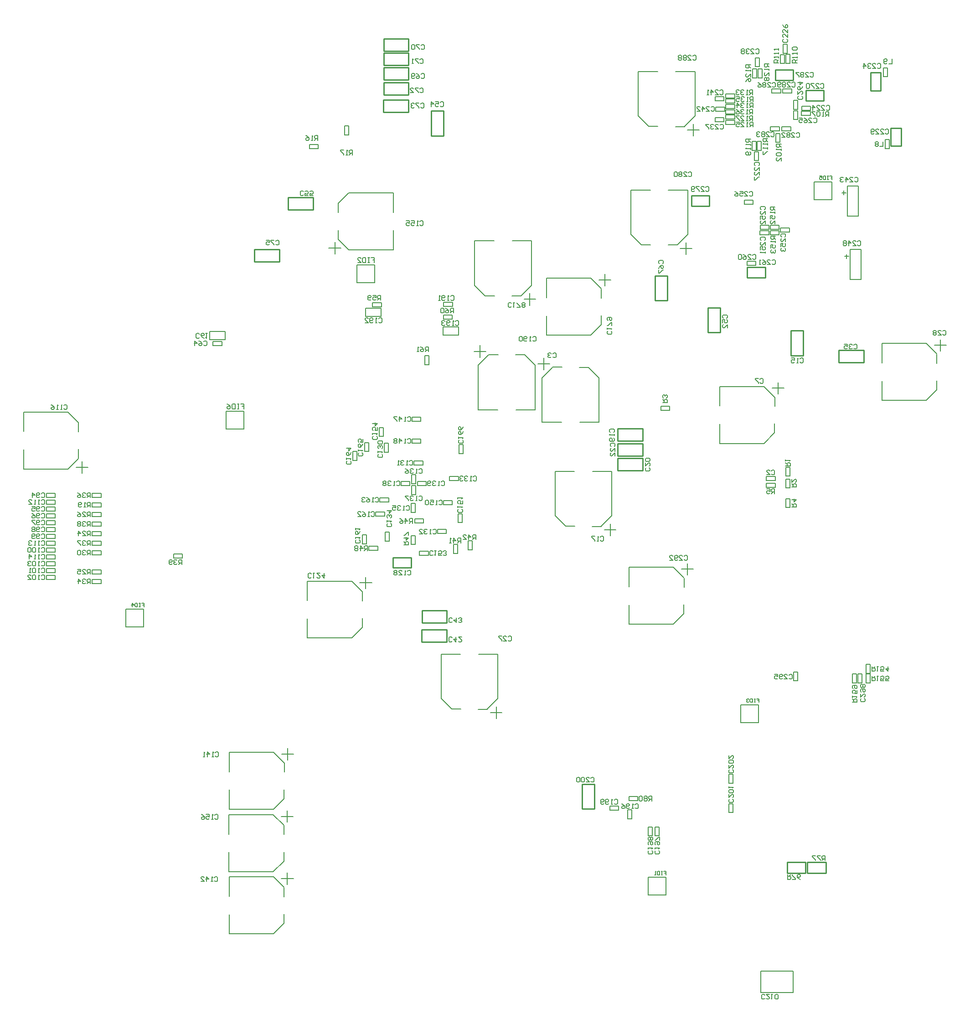
<source format=gbr>
%TF.GenerationSoftware,Altium Limited,Altium Designer,23.11.1 (41)*%
G04 Layer_Color=32896*
%FSLAX45Y45*%
%MOMM*%
%TF.SameCoordinates,75D3B97C-BFDA-4FAF-9EB3-CC348FD6A853*%
%TF.FilePolarity,Positive*%
%TF.FileFunction,Legend,Bot*%
%TF.Part,Single*%
G01*
G75*
%TA.AperFunction,NonConductor*%
%ADD104C,0.25400*%
%ADD106C,0.20000*%
%ADD107C,0.12700*%
%ADD109C,0.15240*%
%ADD110C,0.19990*%
%ADD116C,0.17780*%
D104*
X7070405Y15112276D02*
X7532685D01*
Y15340875D01*
X7070405D02*
X7532685D01*
X7070405Y15112276D02*
Y15340875D01*
X9932886Y17886333D02*
Y18114932D01*
X9470606Y17886333D02*
X9932886D01*
X9470606D02*
Y18114932D01*
X9932886D01*
X9934090Y18207224D02*
Y18435825D01*
X9471810Y18207224D02*
X9934090D01*
X9471810D02*
Y18435825D01*
X9934090D01*
X17925266Y13236986D02*
Y13465585D01*
X18387546D01*
Y13236986D02*
Y13465585D01*
X17925266Y13236986D02*
X18387546D01*
X9934090Y19022125D02*
Y19250726D01*
X9471810Y19022125D02*
X9934090D01*
X9471810D02*
Y19250726D01*
X9934090D01*
X9934090Y18757967D02*
Y18986566D01*
X9471810Y18757967D02*
X9934090D01*
X9471810D02*
Y18986566D01*
X9934090D01*
X9934090Y18490524D02*
Y18719124D01*
X9471810Y18490524D02*
X9934090D01*
X9471810D02*
Y18719124D01*
X9934090D01*
X16559531Y14819603D02*
Y15012643D01*
X16226790Y14819603D02*
X16559531D01*
X16226790D02*
Y15012643D01*
X16559531D01*
X18891275Y17260570D02*
X19084315D01*
X18891275D02*
Y17593311D01*
X19084315D01*
Y17260570D02*
Y17593311D01*
X17078960Y18483580D02*
Y18676620D01*
X16746220Y18483580D02*
X17078960D01*
X16746220D02*
Y18676620D01*
X17078960D01*
X17644110Y18100040D02*
Y18293079D01*
X17311369Y18100040D02*
X17644110D01*
X17311369D02*
Y18293079D01*
X17644110D01*
X9647351Y9427262D02*
X9980091D01*
Y9620302D01*
X9647351D02*
X9980091D01*
X9647351Y9427262D02*
Y9620302D01*
X10641761Y8048042D02*
Y8276642D01*
X10179481Y8048042D02*
X10641761D01*
X10179481D02*
Y8276642D01*
X10641761D01*
X10644301Y8406182D02*
Y8634782D01*
X10182021Y8406182D02*
X10644301D01*
X10182021D02*
Y8634782D01*
X10644301D01*
X10357665Y17450600D02*
Y17912878D01*
Y17450600D02*
X10586265D01*
Y17912878D01*
X10357665D02*
X10586265D01*
X8162810Y16079338D02*
Y16307938D01*
X7700530Y16079338D02*
X8162810D01*
X7700530D02*
Y16307938D01*
X8162810D01*
X13819701Y11505298D02*
Y11733898D01*
X14281981D01*
Y11505298D02*
Y11733898D01*
X13819701Y11505298D02*
X14281981D01*
X13819701Y11230298D02*
X14281981D01*
Y11458898D01*
X13819701D02*
X14281981D01*
X13819701Y11230298D02*
Y11458898D01*
Y11780298D02*
X14281981D01*
Y12008898D01*
X13819701D02*
X14281981D01*
X13819701Y11780298D02*
Y12008898D01*
X18514059Y18290540D02*
X18707100D01*
X18514059D02*
Y18623280D01*
X18707100D01*
Y18290540D02*
Y18623280D01*
X15186659Y16144240D02*
X15519400D01*
Y16337280D01*
X15186659D02*
X15519400D01*
X15186659Y16144240D02*
Y16337280D01*
X14509566Y14388579D02*
Y14850859D01*
Y14388579D02*
X14738165D01*
Y14850859D01*
X14509566D02*
X14738165D01*
X15723921Y13797467D02*
Y14259747D01*
X15495322D02*
X15723921D01*
X15495322Y13797467D02*
Y14259747D01*
Y13797467D02*
X15723921D01*
X13157201Y5412740D02*
X13385802D01*
Y4950460D02*
Y5412740D01*
X13157201Y4950460D02*
X13385802D01*
X13157201D02*
Y5412740D01*
X17307732Y3759744D02*
Y3962944D01*
X16964832Y3759744D02*
X17307732D01*
X16964832D02*
Y3962944D01*
X17307732D01*
X17684749Y3759200D02*
Y3962400D01*
X17341849Y3759200D02*
X17684749D01*
X17341849D02*
Y3962400D01*
X17684749D01*
X17265829Y13371028D02*
Y13833308D01*
X17037228D02*
X17265829D01*
X17037228Y13371028D02*
Y13833308D01*
Y13371028D02*
X17265829D01*
D106*
X7573453Y3655246D02*
X7795952D01*
X7683455Y3547743D02*
Y3762744D01*
X7620951Y3320245D02*
Y3490242D01*
X7423456Y3687743D02*
X7618452Y3492747D01*
X6600953Y3687743D02*
X7423456D01*
X6600953Y3325244D02*
Y3685243D01*
X7618452Y2825245D02*
Y2995242D01*
X7423456Y2630244D02*
X7618452Y2825245D01*
X6600953Y2630244D02*
X7423456D01*
X6600953D02*
Y2990243D01*
X6599153Y3785948D02*
Y4145947D01*
Y3785948D02*
X7421656D01*
X7616652Y3980949D01*
Y4150946D01*
X6599153Y4480948D02*
Y4840947D01*
Y4843446D02*
X7421656D01*
X7616652Y4648445D01*
X7619151Y4475949D02*
Y4645946D01*
X7681656Y4703447D02*
Y4918447D01*
X7571653Y4810944D02*
X7794152D01*
X7577490Y5969309D02*
X7799989D01*
X7687493Y5861806D02*
Y6076807D01*
X7624988Y5634308D02*
Y5804305D01*
X7427493Y6001806D02*
X7622489Y5806810D01*
X6604990Y6001806D02*
X7427493D01*
X6604990Y5639307D02*
Y5999306D01*
X7622489Y5139308D02*
Y5309305D01*
X7427493Y4944307D02*
X7622489Y5139308D01*
X6604990Y4944307D02*
X7427493D01*
X6604990D02*
Y5304306D01*
X15225174Y17445088D02*
Y17667587D01*
X15117676Y17557585D02*
X15332677D01*
X14890173Y17620090D02*
X15060176D01*
X15062675Y17622589D02*
X15257677Y17817589D01*
Y18640086D01*
X14895177D02*
X15255176D01*
X14395174Y17622589D02*
X14565175D01*
X14200172Y17817589D02*
X14395174Y17622589D01*
X14200172Y17817589D02*
Y18640086D01*
X14560178D01*
X19699280Y13560719D02*
X19921779D01*
X19809282Y13453217D02*
Y13668217D01*
X19746783Y13225719D02*
Y13395715D01*
X19549283Y13593216D02*
X19744284Y13398221D01*
X18726781Y13593216D02*
X19549283D01*
X18726781Y13230717D02*
Y13590717D01*
X19744284Y12730719D02*
Y12900722D01*
X19549283Y12535718D02*
X19744284Y12730719D01*
X18726781Y12535718D02*
X19549283D01*
X18726781D02*
Y12895717D01*
X9028642Y9147870D02*
X9251141D01*
X9138645Y9040372D02*
Y9255373D01*
X9076140Y8812874D02*
Y8982872D01*
X8878645Y9180372D02*
X9073641Y8985371D01*
X8056142Y9180372D02*
X8878645D01*
X8056142Y8817873D02*
Y9177872D01*
X9073641Y8317874D02*
Y8487871D01*
X8878645Y8122873D02*
X9073641Y8317874D01*
X8056142Y8122873D02*
X8878645D01*
X8056142D02*
Y8482873D01*
X9648660Y16030251D02*
Y16390250D01*
X8826157D02*
X9648660D01*
X8631161Y16195248D02*
X8826157Y16390250D01*
X8631161Y16025250D02*
Y16195248D01*
X9648660Y15335249D02*
Y15695248D01*
X8826157Y15332751D02*
X9648660D01*
X8631161Y15527753D02*
X8826157Y15332751D01*
X8628662Y15530251D02*
Y15700249D01*
X8566158Y15257750D02*
Y15472749D01*
X8453661Y15365253D02*
X8676160D01*
X13468660Y14772301D02*
X13691159D01*
X13578662Y14664803D02*
Y14879803D01*
X13516158Y14437305D02*
Y14607301D01*
X13318663Y14804800D02*
X13513660Y14609801D01*
X12496160Y14804800D02*
X13318663D01*
X12496160Y14442303D02*
Y14802303D01*
X13513660Y13942303D02*
Y14112302D01*
X13318663Y13747302D02*
X13513660Y13942303D01*
X12496160Y13747302D02*
X13318663D01*
X12496160D02*
Y14107301D01*
X2784901Y11959505D02*
Y12319504D01*
X3607398D01*
X3802399Y12124504D01*
Y11954501D02*
Y12124504D01*
X2784901Y11264505D02*
Y11624505D01*
Y11262006D02*
X3607398D01*
X3802399Y11457002D01*
X3804899Y11459506D02*
Y11629503D01*
X3867398Y11187005D02*
Y11402006D01*
X3757401Y11294503D02*
X3979900D01*
X11563040Y6624930D02*
Y6847429D01*
X11455537Y6737426D02*
X11670538D01*
X11228040Y6799926D02*
X11398037D01*
X11400541Y6802425D02*
X11595537Y6997426D01*
Y7819929D01*
X11233038D02*
X11593038D01*
X10733039Y6802425D02*
X10903042D01*
X10538039Y6997426D02*
X10733039Y6802425D01*
X10538039Y6997426D02*
Y7819929D01*
X10898038D01*
X12654314Y11214740D02*
X13014314D01*
X12654314Y10392242D02*
Y11214740D01*
Y10392242D02*
X12849315Y10197241D01*
X13019318D01*
X13349313Y11214740D02*
X13709312D01*
X13711813Y10392242D02*
Y11214740D01*
X13516817Y10197241D02*
X13711813Y10392242D01*
X13344315Y10194742D02*
X13514313D01*
X13571812Y10132243D02*
X13786813D01*
X13679317Y10019741D02*
Y10242240D01*
X14030321Y8377738D02*
Y8737742D01*
Y8377738D02*
X14852823D01*
X15047824Y8572739D01*
Y8742741D01*
X14030321Y9072743D02*
Y9432742D01*
Y9435241D02*
X14852823D01*
X15047824Y9240241D01*
X15050323Y9067739D02*
Y9237741D01*
X15112822Y9295242D02*
Y9510243D01*
X15002820Y9402740D02*
X15225323D01*
X11163247Y15497180D02*
X11523246D01*
X11163247Y14674677D02*
Y15497180D01*
Y14674677D02*
X11358248Y14479681D01*
X11528245D01*
X11858247Y15497180D02*
X12218246D01*
X12220745Y14674677D02*
Y15497180D01*
X12025744Y14479681D02*
X12220745Y14674677D01*
X11853248Y14477182D02*
X12023245D01*
X12080745Y14414677D02*
X12295746D01*
X12188243Y14302180D02*
Y14524680D01*
X12446339Y13104703D02*
Y13327200D01*
X12338841Y13214699D02*
X12553842D01*
X12611343Y13152200D02*
X12781340D01*
X12413842Y12954700D02*
X12608838Y13149701D01*
X12413842Y12132202D02*
Y12954700D01*
X12416342Y12132202D02*
X12776341D01*
X13106339Y13149701D02*
X13276340D01*
X13471341Y12954700D01*
Y12132202D02*
Y12954700D01*
X13111342Y12132202D02*
X13471341D01*
X15715594Y11737861D02*
Y12097860D01*
Y11737861D02*
X16538097D01*
X16733093Y11932862D01*
Y12102864D01*
X15715594Y12432861D02*
Y12792860D01*
Y12795359D02*
X16538097D01*
X16733093Y12600363D01*
X16735593Y12427862D02*
Y12597859D01*
X16798097Y12655360D02*
Y12870360D01*
X16688095Y12762862D02*
X16910594D01*
X14064796Y16442802D02*
X14424802D01*
X14064796Y15620299D02*
Y16442802D01*
Y15620299D02*
X14259798Y15425298D01*
X14429800D01*
X14759802Y16442802D02*
X15119801D01*
X15122301Y15620299D02*
Y16442802D01*
X14927299Y15425298D02*
X15122301Y15620299D01*
X14754799Y15422800D02*
X14924802D01*
X14982301Y15360300D02*
X15197302D01*
X15089799Y15247798D02*
Y15470302D01*
X11926084Y12363338D02*
X12286083D01*
Y13185835D01*
X12091087Y13380836D02*
X12286083Y13185835D01*
X11921085Y13380836D02*
X12091087D01*
X11231084Y12363338D02*
X11591083D01*
X11228584D02*
Y13185835D01*
X11423585Y13380836D01*
X11426085Y13383336D02*
X11596087D01*
X11153583Y13445840D02*
X11368584D01*
X11261086Y13335838D02*
Y13558337D01*
D107*
X18436591Y7467288D02*
X18512790D01*
X18436591D02*
Y7632388D01*
X18512790D01*
Y7467288D02*
Y7632388D01*
X18436591Y7289488D02*
X18512790D01*
X18436591D02*
Y7454588D01*
X18512790D01*
Y7289488D02*
Y7454588D01*
X18182590Y7289488D02*
X18258791D01*
X18182590D02*
Y7454588D01*
X18258791D01*
Y7289488D02*
Y7454588D01*
X18284190Y7289488D02*
Y7454588D01*
Y7289488D02*
X18360390D01*
Y7454588D01*
X18284190D02*
X18360390D01*
X17166589Y7327588D02*
Y7492688D01*
X17090390D02*
X17166589D01*
X17090390Y7327588D02*
Y7492688D01*
Y7327588D02*
X17166589D01*
X9264665Y14276788D02*
Y14352989D01*
X9429765D01*
Y14276788D02*
Y14352989D01*
X9264665Y14276788D02*
X9429765D01*
X10584195Y14356940D02*
X10749295D01*
X10584195Y14280739D02*
Y14356940D01*
Y14280739D02*
X10749295D01*
Y14356940D01*
X10580385Y14047060D02*
Y14123259D01*
X10745485D01*
Y14047060D02*
Y14123259D01*
X10580385Y14047060D02*
X10745485D01*
X16656050Y17619978D02*
X16821150D01*
X16656050Y17543779D02*
Y17619978D01*
Y17543779D02*
X16821150D01*
Y17619978D01*
X16866870Y17541241D02*
X17031970D01*
Y17617441D01*
X16866870D02*
X17031970D01*
X16866870Y17541241D02*
Y17617441D01*
X16377280Y18734590D02*
Y18899690D01*
Y18734590D02*
X16453479D01*
Y18899690D01*
X16377280D02*
X16453479D01*
X16885921Y18242281D02*
X17051019D01*
Y18318480D01*
X16885921D02*
X17051019D01*
X16885921Y18242281D02*
Y18318480D01*
X16681450Y18321019D02*
X16846550D01*
X16681450Y18244820D02*
Y18321019D01*
Y18244820D02*
X16846550D01*
Y18321019D01*
X17160240Y17940045D02*
Y18105145D01*
X17084039D02*
X17160240D01*
X17084039Y17940045D02*
Y18105145D01*
Y17940045D02*
X17160240D01*
X17397729Y17825693D02*
Y17901894D01*
X17232629Y17825693D02*
X17397729D01*
X17232629D02*
Y17901894D01*
X17397729D01*
X9386801Y11867551D02*
X9463001D01*
X9386801D02*
Y12032651D01*
X9463001D01*
Y11867551D02*
Y12032651D01*
X17017999Y11131551D02*
Y11296651D01*
X16941798D02*
X17017999D01*
X16941798Y11131551D02*
Y11296651D01*
Y11131551D02*
X17017999D01*
X6543661Y12331012D02*
X6873861D01*
X6543661Y12000812D02*
X6873861D01*
Y12331012D01*
X6543661Y12000812D02*
Y12331012D01*
X8978125Y14723753D02*
Y15053954D01*
X9308325Y14723753D02*
Y15053954D01*
X8978125Y14723753D02*
X9308325D01*
X8978125Y15053954D02*
X9308325D01*
X6302615Y13557535D02*
X6467715D01*
Y13633736D01*
X6302615D02*
X6467715D01*
X6302615Y13557535D02*
Y13633736D01*
X9997871Y12152682D02*
X10162971D01*
Y12228882D01*
X9997871D02*
X10162971D01*
X9997871Y12152682D02*
Y12228882D01*
Y11822482D02*
X10162971D01*
X9997871Y11746282D02*
Y11822482D01*
Y11746282D02*
X10162971D01*
Y11822482D01*
X9115221Y11587532D02*
X9191421D01*
X9115221D02*
Y11752632D01*
X9191421D01*
Y11587532D02*
Y11752632D01*
X9197771Y9752384D02*
Y9828584D01*
X9362871D01*
Y9752384D02*
Y9828584D01*
X9197771Y9752384D02*
X9362871D01*
X9153321Y9873032D02*
Y10038132D01*
X9077121D02*
X9153321D01*
X9077121Y9873032D02*
Y10038132D01*
Y9873032D02*
X9153321D01*
X9496221Y9923832D02*
X9572421D01*
X9496221D02*
Y10088932D01*
X9572421D01*
Y9923832D02*
Y10088932D01*
X9400971Y10730282D02*
X9566071D01*
X9400971Y10654082D02*
Y10730282D01*
Y10654082D02*
X9566071D01*
Y10730282D01*
X9489871Y10387382D02*
Y10463582D01*
X9324771Y10387382D02*
X9489871D01*
X9324771D02*
Y10463582D01*
X9489871D01*
X9991521Y10990632D02*
X10067721D01*
X9991521D02*
Y11155732D01*
X10067721D01*
Y10990632D02*
Y11155732D01*
X9959771Y10958882D02*
Y11035082D01*
X9794671Y10958882D02*
X9959771D01*
X9794671D02*
Y11035082D01*
X9959771D01*
X9483521Y11574832D02*
X9559721D01*
X9483521D02*
Y11739932D01*
X9559721D01*
Y11574832D02*
Y11739932D01*
X10201071Y11339882D02*
Y11416082D01*
X10035971Y11339882D02*
X10201071D01*
X10035971D02*
Y11416082D01*
X10201071D01*
X8899321Y11422432D02*
X8975521D01*
X8899321D02*
Y11587532D01*
X8975521D01*
Y11422432D02*
Y11587532D01*
X4059352Y10737904D02*
X4224452D01*
Y10814104D01*
X4059352D02*
X4224452D01*
X4059352Y10737904D02*
Y10814104D01*
X4224452Y9315504D02*
Y9391704D01*
X4059352Y9315504D02*
X4224452D01*
X4059352D02*
Y9391704D01*
X4224452D01*
X4059350Y9137701D02*
Y9213901D01*
X4224450D01*
Y9137701D02*
Y9213901D01*
X4059350Y9137701D02*
X4224450D01*
X4224452Y10026704D02*
Y10102904D01*
X4059352Y10026704D02*
X4224452D01*
X4059352D02*
Y10102904D01*
X4224452D01*
X4059352Y10204504D02*
X4224452D01*
Y10280704D01*
X4059352D02*
X4224452D01*
X4059352Y10204504D02*
Y10280704D01*
X4059350Y10636301D02*
X4224450D01*
X4059350Y10560101D02*
Y10636301D01*
Y10560101D02*
X4224450D01*
Y10636301D01*
Y10382301D02*
Y10458501D01*
X4059350Y10382301D02*
X4224450D01*
X4059350D02*
Y10458501D01*
X4224450D01*
X4224452Y9671104D02*
Y9747304D01*
X4059352Y9671104D02*
X4224452D01*
X4059352D02*
Y9747304D01*
X4224452D01*
X4059350Y9848901D02*
Y9925101D01*
X4224450D01*
Y9848901D02*
Y9925101D01*
X4059350Y9848901D02*
X4224450D01*
X3208450Y10610901D02*
Y10687101D01*
X3373550D01*
Y10610901D02*
Y10687101D01*
X3208450Y10610901D02*
X3373550D01*
X3208450Y10483901D02*
X3373550D01*
Y10560101D01*
X3208450D02*
X3373550D01*
X3208450Y10483901D02*
Y10560101D01*
Y10102901D02*
X3373550D01*
Y10179101D01*
X3208450D02*
X3373550D01*
X3208450Y10102901D02*
Y10179101D01*
Y10229901D02*
X3373550D01*
Y10306101D01*
X3208450D02*
X3373550D01*
X3208450Y10229901D02*
Y10306101D01*
Y9975901D02*
X3373550D01*
Y10052101D01*
X3208450D02*
X3373550D01*
X3208450Y9975901D02*
Y10052101D01*
Y10356901D02*
Y10433101D01*
X3373550D01*
Y10356901D02*
Y10433101D01*
X3208450Y10356901D02*
X3373550D01*
X3208450Y10737901D02*
X3373550D01*
Y10814101D01*
X3208450D02*
X3373550D01*
X3208450Y10737901D02*
Y10814101D01*
Y9848901D02*
Y9925101D01*
X3373550D01*
Y9848901D02*
Y9925101D01*
X3208450Y9848901D02*
X3373550D01*
X10055021Y10457232D02*
Y10622332D01*
X9978821D02*
X10055021D01*
X9978821Y10457232D02*
Y10622332D01*
Y10457232D02*
X10055021D01*
X10048671Y10260384D02*
Y10336584D01*
X10213771D01*
Y10260384D02*
Y10336584D01*
X10048671Y10260384D02*
X10213771D01*
X10137571Y9663482D02*
X10302671D01*
Y9739682D01*
X10137571D02*
X10302671D01*
X10137571Y9663482D02*
Y9739682D01*
X9978822Y10025432D02*
X10055022D01*
Y9860332D02*
Y10025432D01*
X9978822Y9860332D02*
X10055022D01*
X9978822D02*
Y10025432D01*
X9991521Y10787432D02*
Y10952532D01*
Y10787432D02*
X10067721D01*
Y10952532D01*
X9991521D02*
X10067721D01*
X10771414Y9695886D02*
X10847614D01*
X10771414D02*
Y9860986D01*
X10847614D01*
Y9695886D02*
Y9860986D01*
X10944021Y11549432D02*
Y11714532D01*
X10867821D02*
X10944021D01*
X10867821Y11549432D02*
Y11714532D01*
Y11549432D02*
X10944021D01*
X11040540Y9761272D02*
X11116740D01*
X11040540D02*
Y9926372D01*
X11116740D01*
Y9761272D02*
Y9926372D01*
X10696371Y11123982D02*
X10861471D01*
X10696371Y11047782D02*
Y11123982D01*
Y11047782D02*
X10861471D01*
Y11123982D01*
X10930921Y10267132D02*
Y10432232D01*
X10854721D02*
X10930921D01*
X10854721Y10267132D02*
Y10432232D01*
Y10267132D02*
X10930921D01*
X10635152Y10061803D02*
Y10138003D01*
X10470052Y10061803D02*
X10635152D01*
X10470052D02*
Y10138003D01*
X10635152D01*
X10099471Y10958882D02*
Y11035082D01*
X10264571D01*
Y10958882D02*
Y11035082D01*
X10099471Y10958882D02*
X10264571D01*
X10582071Y10679482D02*
X10747171D01*
X10582071Y10603282D02*
Y10679482D01*
Y10603282D02*
X10747171D01*
Y10679482D01*
X5570650Y9683804D02*
X5735750D01*
Y9607604D02*
Y9683804D01*
X5570650Y9607604D02*
X5735750D01*
X5570650D02*
Y9683804D01*
X3208451Y9467902D02*
X3373551D01*
Y9544102D01*
X3208451D02*
X3373551D01*
X3208451Y9467902D02*
Y9544102D01*
X3208450Y9340901D02*
X3373550D01*
Y9417101D01*
X3208450D02*
X3373550D01*
X3208450Y9340901D02*
Y9417101D01*
Y9213901D02*
X3373550D01*
Y9290101D01*
X3208450D02*
X3373550D01*
X3208450Y9213901D02*
Y9290101D01*
Y9594901D02*
Y9671101D01*
X3373550D01*
Y9594901D02*
Y9671101D01*
X3208450Y9594901D02*
X3373550D01*
X3208450Y9721901D02*
X3373550D01*
Y9798101D01*
X3208450D02*
X3373550D01*
X3208450Y9721901D02*
Y9798101D01*
X4684402Y8661452D02*
X5014602D01*
X4684402Y8331252D02*
X5014602D01*
Y8661452D01*
X4684402Y8331252D02*
Y8661452D01*
X8091955Y17291953D02*
X8257055D01*
X8091955Y17215752D02*
Y17291953D01*
Y17215752D02*
X8257055D01*
Y17291953D01*
X8748201Y17469556D02*
Y17634656D01*
Y17469556D02*
X8824401D01*
Y17634656D01*
X8748201D02*
X8824401D01*
X14622362Y12353494D02*
X14787460D01*
Y12429694D01*
X14622362D02*
X14787460D01*
X14622362Y12353494D02*
Y12429694D01*
X10314955Y13202509D02*
Y13367609D01*
X10238755D02*
X10314955D01*
X10238755Y13202509D02*
Y13367609D01*
Y13202509D02*
X10314955D01*
X17400270Y17924779D02*
Y18000980D01*
X17235170Y17924779D02*
X17400270D01*
X17235170D02*
Y18000980D01*
X17400270D01*
X17084039Y17917160D02*
X17160240D01*
Y17752060D02*
Y17917160D01*
X17084039Y17752060D02*
X17160240D01*
X17084039D02*
Y17917160D01*
X16893541Y18983575D02*
X16969740D01*
Y19148676D01*
X16893541D02*
X16969740D01*
X16893541Y18983575D02*
Y19148676D01*
X16918939Y18794730D02*
Y18959830D01*
X16842738Y18794730D02*
X16918939D01*
X16842738D02*
Y18959830D01*
X16918939D01*
X17022647Y18795592D02*
Y18960690D01*
X16946448Y18795592D02*
X17022647D01*
X16946448D02*
Y18960690D01*
X17022647D01*
X16758920Y17326610D02*
Y17491710D01*
Y17326610D02*
X16835121D01*
Y17491710D01*
X16758920D02*
X16835121D01*
X18752820Y18548351D02*
Y18713451D01*
Y18548351D02*
X18829021D01*
Y18713451D01*
X18752820D02*
X18829021D01*
X18862041Y17214850D02*
Y17379950D01*
X18785840D02*
X18862041D01*
X18785840Y17214850D02*
Y17379950D01*
Y17214850D02*
X18862041D01*
X18082260Y15960120D02*
Y16518919D01*
Y15960120D02*
X18285460D01*
Y16518919D01*
X18082260D02*
X18285460D01*
X18135600Y14777721D02*
Y15336520D01*
Y14777721D02*
X18338800D01*
Y15336520D01*
X18135600D02*
X18338800D01*
X16653535Y15788612D02*
X16818636D01*
X16653535Y15712413D02*
Y15788612D01*
Y15712413D02*
X16818636D01*
Y15788612D01*
X16465550Y15712416D02*
Y15788615D01*
X16630650D01*
Y15712416D02*
Y15788615D01*
X16465550Y15712416D02*
X16630650D01*
X16463010Y15613330D02*
Y15689529D01*
X16628110D01*
Y15613330D02*
Y15689529D01*
X16463010Y15613330D02*
X16628110D01*
X16650995Y15689528D02*
X16816095D01*
X16650995Y15613329D02*
Y15689528D01*
Y15613329D02*
X16816095D01*
Y15689528D01*
X16841521Y15661641D02*
Y15737840D01*
X17006621D01*
Y15661641D02*
Y15737840D01*
X16841521Y15661641D02*
X17006621D01*
X16384270Y15041879D02*
Y15118079D01*
X16219170Y15041879D02*
X16384270D01*
X16219170D02*
Y15118079D01*
X16384270D01*
X16336011Y16177258D02*
Y16253459D01*
X16170911Y16177258D02*
X16336011D01*
X16170911D02*
Y16253459D01*
X16336011D01*
X16410968Y17180139D02*
Y17345239D01*
Y17180139D02*
X16487167D01*
Y17345239D01*
X16410968D02*
X16487167D01*
X16358069Y16990611D02*
X16434270D01*
X16358069D02*
Y17155711D01*
X16434270D01*
Y16990611D02*
Y17155711D01*
X16311906Y17180139D02*
Y17345239D01*
Y17180139D02*
X16388106D01*
Y17345239D01*
X16311906D02*
X16388106D01*
X16502145Y18528011D02*
Y18693111D01*
X16425945D02*
X16502145D01*
X16425945Y18528011D02*
Y18693111D01*
Y18528011D02*
X16502145D01*
X16403084D02*
Y18693111D01*
X16326884D02*
X16403084D01*
X16326884Y18528011D02*
Y18693111D01*
Y18528011D02*
X16403084D01*
X15626517Y17706979D02*
Y17783180D01*
X15791615D01*
Y17706979D02*
Y17783180D01*
X15626517Y17706979D02*
X15791615D01*
X15826958Y17735725D02*
X15992056D01*
X15826958Y17659526D02*
Y17735725D01*
Y17659526D02*
X15992056D01*
Y17735725D01*
X15827560Y17834811D02*
X15992661D01*
X15827560Y17758611D02*
Y17834811D01*
Y17758611D02*
X15992661D01*
Y17834811D01*
X15639577Y17908813D02*
Y17985014D01*
X15804675D01*
Y17908813D02*
Y17985014D01*
X15639577Y17908813D02*
X15804675D01*
X15827560Y17933897D02*
X15992661D01*
X15827560Y17857697D02*
Y17933897D01*
Y17857697D02*
X15992661D01*
Y17933897D01*
X15828178Y18032982D02*
X15993279D01*
X15828178Y17956783D02*
Y18032982D01*
Y17956783D02*
X15993279D01*
Y18032982D01*
X15993895Y18055869D02*
Y18132068D01*
X15828795Y18055869D02*
X15993895D01*
X15828795D02*
Y18132068D01*
X15993895D01*
X15828178Y18231152D02*
X15993279D01*
X15828178Y18154953D02*
Y18231152D01*
Y18154953D02*
X15993279D01*
Y18231152D01*
X15628355Y18104732D02*
Y18180931D01*
X15793456D01*
Y18104732D02*
Y18180931D01*
X15628355Y18104732D02*
X15793456D01*
X17076698Y1539900D02*
Y1939900D01*
X16476701Y1539900D02*
X17076698D01*
X16476701D02*
Y1939900D01*
X17076698D01*
X14008101Y4933950D02*
X14084302D01*
Y4768850D02*
Y4933950D01*
X14008101Y4768850D02*
X14084302D01*
X14008101D02*
Y4933950D01*
X13836650Y4927599D02*
Y5003799D01*
X13671550Y4927599D02*
X13836650D01*
X13671550D02*
Y5003799D01*
X13836650D01*
X15887698Y5429250D02*
X15963899D01*
X15887698D02*
Y5594350D01*
X15963899D01*
Y5429250D02*
Y5594350D01*
X15887701Y5048250D02*
X15963901D01*
Y4883150D02*
Y5048250D01*
X15887701Y4883150D02*
X15963901D01*
X15887701D02*
Y5048250D01*
X14592299Y4451350D02*
Y4616450D01*
X14516100D02*
X14592299D01*
X14516100Y4451350D02*
Y4616450D01*
Y4451350D02*
X14592299D01*
X14465298D02*
Y4616450D01*
X14389099D02*
X14465298D01*
X14389099Y4451350D02*
Y4616450D01*
Y4451350D02*
X14465298D01*
X14192250Y5105399D02*
Y5181599D01*
X14027150Y5105399D02*
X14192250D01*
X14027150D02*
Y5181599D01*
X14192250D01*
X16579849Y10922001D02*
Y10998201D01*
X16744949D01*
Y10922001D02*
Y10998201D01*
X16579849Y10922001D02*
X16744949D01*
X16941800Y11074400D02*
X17017999D01*
Y10909300D02*
Y11074400D01*
X16941800Y10909300D02*
X17017999D01*
X16941800D02*
Y11074400D01*
X16941801Y10712450D02*
X17018002D01*
Y10547350D02*
Y10712450D01*
X16941801Y10547350D02*
X17018002D01*
X16941801D02*
Y10712450D01*
X16579849Y11049001D02*
X16744949D01*
Y11125201D01*
X16579849D02*
X16744949D01*
X16579849Y11049001D02*
Y11125201D01*
X14381310Y3680516D02*
X14711510D01*
X14381310Y3350316D02*
X14711510D01*
Y3680516D01*
X14381310Y3350316D02*
Y3680516D01*
X16107413Y6884959D02*
X16437611D01*
X16107413Y6554759D02*
X16437611D01*
Y6884959D01*
X16107413Y6554759D02*
Y6884959D01*
X17466530Y16595120D02*
X17796730D01*
X17466530Y16264920D02*
X17796730D01*
Y16595120D01*
X17466530Y16264920D02*
Y16595120D01*
D109*
X17980659Y16391920D02*
X18056860D01*
X18018761Y16353819D02*
Y16430020D01*
X18034000Y15209520D02*
X18110201D01*
X18072099Y15171420D02*
Y15247620D01*
X4975490Y8772371D02*
X5019502D01*
Y8739361D01*
X4997496D01*
X5019502D01*
Y8706352D01*
X4953483Y8772371D02*
X4931477D01*
X4942480D01*
Y8706352D01*
X4953483D01*
X4931477D01*
X4898468Y8772371D02*
Y8706352D01*
X4865458D01*
X4854455Y8717355D01*
Y8761368D01*
X4865458Y8772371D01*
X4898468D01*
X4799440Y8706352D02*
Y8772371D01*
X4832449Y8739361D01*
X4788437D01*
X14672397Y3791435D02*
X14716409D01*
Y3758425D01*
X14694403D01*
X14716409D01*
Y3725416D01*
X14650391Y3791435D02*
X14628384D01*
X14639388D01*
Y3725416D01*
X14650391D01*
X14628384D01*
X14595375Y3791435D02*
Y3725416D01*
X14562366D01*
X14551363Y3736419D01*
Y3780432D01*
X14562366Y3791435D01*
X14595375D01*
X14529356Y3725416D02*
X14507350D01*
X14518353D01*
Y3791435D01*
X14529356Y3780432D01*
X16398500Y6995877D02*
X16442513D01*
Y6962868D01*
X16420506D01*
X16442513D01*
Y6929859D01*
X16376494Y6995877D02*
X16354488D01*
X16365491D01*
Y6929859D01*
X16376494D01*
X16354488D01*
X16321478Y6995877D02*
Y6929859D01*
X16288469D01*
X16277466Y6940862D01*
Y6984874D01*
X16288469Y6995877D01*
X16321478D01*
X16255460Y6984874D02*
X16244456Y6995877D01*
X16222450D01*
X16211447Y6984874D01*
Y6973871D01*
X16222450Y6962868D01*
X16233453D01*
X16222450D01*
X16211447Y6951865D01*
Y6940862D01*
X16222450Y6929859D01*
X16244456D01*
X16255460Y6940862D01*
X17757617Y16706039D02*
X17801630D01*
Y16673029D01*
X17779623D01*
X17801630D01*
Y16640021D01*
X17735611Y16706039D02*
X17713605D01*
X17724608D01*
Y16640021D01*
X17735611D01*
X17713605D01*
X17680595Y16706039D02*
Y16640021D01*
X17647586D01*
X17636583Y16651022D01*
Y16695036D01*
X17647586Y16706039D01*
X17680595D01*
X17570564D02*
X17614577D01*
Y16673029D01*
X17592570Y16684032D01*
X17581567D01*
X17570564Y16673029D01*
Y16651022D01*
X17581567Y16640021D01*
X17603574D01*
X17614577Y16651022D01*
D110*
X9137665Y14097859D02*
X9424685D01*
Y14250259D01*
X9137665D02*
X9424685D01*
X9137665Y14097859D02*
Y14250259D01*
X10577845Y13899739D02*
X10864865D01*
X10577845Y13747339D02*
Y13899739D01*
Y13747339D02*
X10864865D01*
Y13899739D01*
X6242925Y13660266D02*
Y13812666D01*
X6529945D01*
Y13660266D02*
Y13812666D01*
X6242925Y13660266D02*
X6529945D01*
D116*
X3112373Y9789626D02*
X3127185Y9804438D01*
X3156809D01*
X3171621Y9789626D01*
Y9730379D01*
X3156809Y9715567D01*
X3127185D01*
X3112373Y9730379D01*
X3082749Y9715567D02*
X3053126D01*
X3067938D01*
Y9804438D01*
X3082749Y9789626D01*
X3008690D02*
X2993878Y9804438D01*
X2964255D01*
X2949443Y9789626D01*
Y9730379D01*
X2964255Y9715567D01*
X2993878D01*
X3008690Y9730379D01*
Y9789626D01*
X2919819D02*
X2905007Y9804438D01*
X2875383D01*
X2860571Y9789626D01*
Y9730379D01*
X2875383Y9715567D01*
X2905007D01*
X2919819Y9730379D01*
Y9789626D01*
X10125898Y11253922D02*
X10140710Y11268734D01*
X10170334D01*
X10185145Y11253922D01*
Y11194674D01*
X10170334Y11179862D01*
X10140710D01*
X10125898Y11194674D01*
X10096274Y11179862D02*
X10066650D01*
X10081462D01*
Y11268734D01*
X10096274Y11253922D01*
X10022215D02*
X10007403Y11268734D01*
X9977779D01*
X9962967Y11253922D01*
Y11239110D01*
X9977779Y11224298D01*
X9992591D01*
X9977779D01*
X9962967Y11209486D01*
Y11194674D01*
X9977779Y11179862D01*
X10007403D01*
X10022215Y11194674D01*
X9874096Y11268734D02*
X9903720Y11253922D01*
X9933344Y11224298D01*
Y11194674D01*
X9918532Y11179862D01*
X9888908D01*
X9874096Y11194674D01*
Y11209486D01*
X9888908Y11224298D01*
X9933344D01*
X18543269Y7594273D02*
Y7505402D01*
X18587704D01*
X18602518Y7520214D01*
Y7549838D01*
X18587704Y7564649D01*
X18543269D01*
X18572893D02*
X18602518Y7594273D01*
X18632141D02*
X18661765D01*
X18646953D01*
Y7505402D01*
X18632141Y7520214D01*
X18765448Y7505402D02*
X18706200D01*
Y7549838D01*
X18735825Y7535026D01*
X18750636D01*
X18765448Y7549838D01*
Y7579461D01*
X18750636Y7594273D01*
X18721011D01*
X18706200Y7579461D01*
X18839507Y7594273D02*
Y7505402D01*
X18795071Y7549838D01*
X18854318D01*
X18543269Y7416473D02*
Y7327602D01*
X18587704D01*
X18602518Y7342414D01*
Y7372038D01*
X18587704Y7386849D01*
X18543269D01*
X18572893D02*
X18602518Y7416473D01*
X18632141D02*
X18661765D01*
X18646953D01*
Y7327602D01*
X18632141Y7342414D01*
X18765448Y7327602D02*
X18706200D01*
Y7372038D01*
X18735825Y7357226D01*
X18750636D01*
X18765448Y7372038D01*
Y7401661D01*
X18750636Y7416473D01*
X18721011D01*
X18706200Y7401661D01*
X18854318Y7327602D02*
X18795071D01*
Y7372038D01*
X18824695Y7357226D01*
X18839507D01*
X18854318Y7372038D01*
Y7401661D01*
X18839507Y7416473D01*
X18809883D01*
X18795071Y7401661D01*
X18177197Y6931316D02*
X18266069D01*
Y6975752D01*
X18251257Y6990564D01*
X18221632D01*
X18206821Y6975752D01*
Y6931316D01*
Y6960940D02*
X18177197Y6990564D01*
Y7020187D02*
Y7049811D01*
Y7034999D01*
X18266069D01*
X18251257Y7020187D01*
X18266069Y7153494D02*
Y7094247D01*
X18221632D01*
X18236446Y7123870D01*
Y7138682D01*
X18221632Y7153494D01*
X18192009D01*
X18177197Y7138682D01*
Y7109058D01*
X18192009Y7094247D01*
Y7183118D02*
X18177197Y7197930D01*
Y7227553D01*
X18192009Y7242365D01*
X18251257D01*
X18266069Y7227553D01*
Y7197930D01*
X18251257Y7183118D01*
X18236446D01*
X18221632Y7197930D01*
Y7242365D01*
X18401430Y6998744D02*
X18416241Y6983932D01*
Y6954308D01*
X18401430Y6939496D01*
X18342181D01*
X18327370Y6954308D01*
Y6983932D01*
X18342181Y6998744D01*
X18327370Y7087615D02*
Y7028367D01*
X18386618Y7087615D01*
X18401430D01*
X18416241Y7072803D01*
Y7043179D01*
X18401430Y7028367D01*
X18342181Y7117239D02*
X18327370Y7132051D01*
Y7161674D01*
X18342181Y7176486D01*
X18401430D01*
X18416241Y7161674D01*
Y7132051D01*
X18401430Y7117239D01*
X18386618D01*
X18371806Y7132051D01*
Y7176486D01*
X18401430Y7206110D02*
X18416241Y7220922D01*
Y7250546D01*
X18401430Y7265358D01*
X18386618D01*
X18371806Y7250546D01*
X18356995Y7265358D01*
X18342181D01*
X18327370Y7250546D01*
Y7220922D01*
X18342181Y7206110D01*
X18356995D01*
X18371806Y7220922D01*
X18386618Y7206110D01*
X18401430D01*
X18371806Y7220922D02*
Y7250546D01*
X17000662Y7436270D02*
X17015474Y7451082D01*
X17045097D01*
X17059911Y7436270D01*
Y7377023D01*
X17045097Y7362211D01*
X17015474D01*
X17000662Y7377023D01*
X16911790Y7362211D02*
X16971039D01*
X16911790Y7421459D01*
Y7436270D01*
X16926604Y7451082D01*
X16956227D01*
X16971039Y7436270D01*
X16882167Y7377023D02*
X16867355Y7362211D01*
X16837732D01*
X16822920Y7377023D01*
Y7436270D01*
X16837732Y7451082D01*
X16867355D01*
X16882167Y7436270D01*
Y7421459D01*
X16867355Y7406647D01*
X16822920D01*
X16734048Y7451082D02*
X16793295D01*
Y7406647D01*
X16763672Y7421459D01*
X16748862D01*
X16734048Y7406647D01*
Y7377023D01*
X16748862Y7362211D01*
X16778484D01*
X16793295Y7377023D01*
X7468133Y15495760D02*
X7482945Y15510571D01*
X7512568D01*
X7527380Y15495760D01*
Y15436513D01*
X7512568Y15421700D01*
X7482945D01*
X7468133Y15436513D01*
X7438509Y15510571D02*
X7379261D01*
Y15495760D01*
X7438509Y15436513D01*
Y15421700D01*
X7290390Y15510571D02*
X7349638D01*
Y15466136D01*
X7320014Y15480948D01*
X7305202D01*
X7290390Y15466136D01*
Y15436513D01*
X7305202Y15421700D01*
X7334826D01*
X7349638Y15436513D01*
X10158617Y18041695D02*
X10173429Y18056506D01*
X10203053D01*
X10217865Y18041695D01*
Y17982446D01*
X10203053Y17967635D01*
X10173429D01*
X10158617Y17982446D01*
X10128994Y18056506D02*
X10069746D01*
Y18041695D01*
X10128994Y17982446D01*
Y17967635D01*
X10040122Y18041695D02*
X10025311Y18056506D01*
X9995687D01*
X9980875Y18041695D01*
Y18026883D01*
X9995687Y18012071D01*
X10010499D01*
X9995687D01*
X9980875Y17997260D01*
Y17982446D01*
X9995687Y17967635D01*
X10025311D01*
X10040122Y17982446D01*
X10145588Y18323782D02*
X10160400Y18338596D01*
X10190023D01*
X10204835Y18323782D01*
Y18264536D01*
X10190023Y18249724D01*
X10160400D01*
X10145588Y18264536D01*
X10115964Y18338596D02*
X10056716D01*
Y18323782D01*
X10115964Y18264536D01*
Y18249724D01*
X9967845D02*
X10027092D01*
X9967845Y18308972D01*
Y18323782D01*
X9982657Y18338596D01*
X10012281D01*
X10027092Y18323782D01*
X18205734Y13565878D02*
X18220546Y13580690D01*
X18250169D01*
X18264983Y13565878D01*
Y13506630D01*
X18250169Y13491818D01*
X18220546D01*
X18205734Y13506630D01*
X18176111Y13565878D02*
X18161299Y13580690D01*
X18131676D01*
X18116862Y13565878D01*
Y13551067D01*
X18131676Y13536253D01*
X18146487D01*
X18131676D01*
X18116862Y13521442D01*
Y13506630D01*
X18131676Y13491818D01*
X18161299D01*
X18176111Y13506630D01*
X18027992Y13580690D02*
X18087239D01*
Y13536253D01*
X18057616Y13551067D01*
X18042804D01*
X18027992Y13536253D01*
Y13506630D01*
X18042804Y13491818D01*
X18072427D01*
X18087239Y13506630D01*
X6328909Y3676429D02*
X6343721Y3691241D01*
X6373345D01*
X6388157Y3676429D01*
Y3617182D01*
X6373345Y3602370D01*
X6343721D01*
X6328909Y3617182D01*
X6299286Y3602370D02*
X6269662D01*
X6284474D01*
Y3691241D01*
X6299286Y3676429D01*
X6180791Y3602370D02*
Y3691241D01*
X6225226Y3646806D01*
X6165979D01*
X6077107Y3602370D02*
X6136355D01*
X6077107Y3661618D01*
Y3676429D01*
X6091919Y3691241D01*
X6121543D01*
X6136355Y3676429D01*
X6336020Y4833215D02*
X6350832Y4848027D01*
X6380456D01*
X6395268Y4833215D01*
Y4773967D01*
X6380456Y4759156D01*
X6350832D01*
X6336020Y4773967D01*
X6306396Y4759156D02*
X6276773D01*
X6291585D01*
Y4848027D01*
X6306396Y4833215D01*
X6173090Y4848027D02*
X6232337D01*
Y4803591D01*
X6202713Y4818403D01*
X6187902D01*
X6173090Y4803591D01*
Y4773967D01*
X6187902Y4759156D01*
X6217525D01*
X6232337Y4773967D01*
X6084218Y4848027D02*
X6113842Y4833215D01*
X6143466Y4803591D01*
Y4773967D01*
X6128654Y4759156D01*
X6099030D01*
X6084218Y4773967D01*
Y4788779D01*
X6099030Y4803591D01*
X6143466D01*
X6342426Y5994069D02*
X6357238Y6008881D01*
X6386862D01*
X6401674Y5994069D01*
Y5934821D01*
X6386862Y5920009D01*
X6357238D01*
X6342426Y5934821D01*
X6312802Y5920009D02*
X6283178D01*
X6297990D01*
Y6008881D01*
X6312802Y5994069D01*
X6194307Y5920009D02*
Y6008881D01*
X6238743Y5964445D01*
X6179495D01*
X6149872Y5920009D02*
X6120248D01*
X6135060D01*
Y6008881D01*
X6149872Y5994069D01*
X10166309Y19127467D02*
X10181121Y19142279D01*
X10210745D01*
X10225556Y19127467D01*
Y19068221D01*
X10210745Y19053407D01*
X10181121D01*
X10166309Y19068221D01*
X10136685Y19142279D02*
X10077438D01*
Y19127467D01*
X10136685Y19068221D01*
Y19053407D01*
X10047814Y19127467D02*
X10033002Y19142279D01*
X10003378D01*
X9988566Y19127467D01*
Y19068221D01*
X10003378Y19053407D01*
X10033002D01*
X10047814Y19068221D01*
Y19127467D01*
X10144593Y18864938D02*
X10159405Y18879750D01*
X10189029D01*
X10203841Y18864938D01*
Y18805690D01*
X10189029Y18790878D01*
X10159405D01*
X10144593Y18805690D01*
X10114969Y18879750D02*
X10055722D01*
Y18864938D01*
X10114969Y18805690D01*
Y18790878D01*
X10026098D02*
X9996474D01*
X10011286D01*
Y18879750D01*
X10026098Y18864938D01*
X10166314Y18590910D02*
X10181126Y18605722D01*
X10210750D01*
X10225561Y18590910D01*
Y18531662D01*
X10210750Y18516850D01*
X10181126D01*
X10166314Y18531662D01*
X10077443Y18605722D02*
X10107066Y18590910D01*
X10136690Y18561285D01*
Y18531662D01*
X10121878Y18516850D01*
X10092255D01*
X10077443Y18531662D01*
Y18546474D01*
X10092255Y18561285D01*
X10136690D01*
X10047819Y18531662D02*
X10033007Y18516850D01*
X10003383D01*
X9988571Y18531662D01*
Y18590910D01*
X10003383Y18605722D01*
X10033007D01*
X10047819Y18590910D01*
Y18576099D01*
X10033007Y18561285D01*
X9988571D01*
X9419373Y14398279D02*
Y14487151D01*
X9374938D01*
X9360126Y14472337D01*
Y14442714D01*
X9374938Y14427904D01*
X9419373D01*
X9389749D02*
X9360126Y14398279D01*
X9271254Y14487151D02*
X9330502D01*
Y14442714D01*
X9300878Y14457526D01*
X9286066D01*
X9271254Y14442714D01*
Y14413091D01*
X9286066Y14398279D01*
X9315690D01*
X9330502Y14413091D01*
X9241630D02*
X9226819Y14398279D01*
X9197195D01*
X9182383Y14413091D01*
Y14472337D01*
X9197195Y14487151D01*
X9226819D01*
X9241630Y14472337D01*
Y14457526D01*
X9226819Y14442714D01*
X9182383D01*
X9378265Y14052954D02*
X9393077Y14067766D01*
X9422701D01*
X9437513Y14052954D01*
Y13993706D01*
X9422701Y13978894D01*
X9393077D01*
X9378265Y13993706D01*
X9348641Y13978894D02*
X9319018D01*
X9333830D01*
Y14067766D01*
X9348641Y14052954D01*
X9274582Y13993706D02*
X9259770Y13978894D01*
X9230147D01*
X9215335Y13993706D01*
Y14052954D01*
X9230147Y14067766D01*
X9259770D01*
X9274582Y14052954D01*
Y14038142D01*
X9259770Y14023331D01*
X9215335D01*
X9126463Y13978894D02*
X9185711D01*
X9126463Y14038142D01*
Y14052954D01*
X9141275Y14067766D01*
X9170899D01*
X9185711Y14052954D01*
X10715432Y14469135D02*
X10730244Y14483948D01*
X10759867D01*
X10774679Y14469135D01*
Y14409888D01*
X10759867Y14395076D01*
X10730244D01*
X10715432Y14409888D01*
X10685808Y14395076D02*
X10656184D01*
X10670996D01*
Y14483948D01*
X10685808Y14469135D01*
X10611749Y14409888D02*
X10596937Y14395076D01*
X10567313D01*
X10552501Y14409888D01*
Y14469135D01*
X10567313Y14483948D01*
X10596937D01*
X10611749Y14469135D01*
Y14454323D01*
X10596937Y14439511D01*
X10552501D01*
X10522877Y14395076D02*
X10493254D01*
X10508066D01*
Y14483948D01*
X10522877Y14469135D01*
X10767389Y14160480D02*
Y14249350D01*
X10722954D01*
X10708142Y14234538D01*
Y14204913D01*
X10722954Y14190103D01*
X10767389D01*
X10737765D02*
X10708142Y14160480D01*
X10619270Y14249350D02*
X10648894Y14234538D01*
X10678518Y14204913D01*
Y14175291D01*
X10663706Y14160480D01*
X10634082D01*
X10619270Y14175291D01*
Y14190103D01*
X10634082Y14204913D01*
X10678518D01*
X10589647Y14234538D02*
X10574835Y14249350D01*
X10545211D01*
X10530399Y14234538D01*
Y14175291D01*
X10545211Y14160480D01*
X10574835D01*
X10589647Y14175291D01*
Y14234538D01*
X10804887Y14004205D02*
X10819699Y14019019D01*
X10849322D01*
X10864134Y14004205D01*
Y13944958D01*
X10849322Y13930147D01*
X10819699D01*
X10804887Y13944958D01*
X10775263Y13930147D02*
X10745639D01*
X10760451D01*
Y14019019D01*
X10775263Y14004205D01*
X10701204Y13944958D02*
X10686392Y13930147D01*
X10656768D01*
X10641956Y13944958D01*
Y14004205D01*
X10656768Y14019019D01*
X10686392D01*
X10701204Y14004205D01*
Y13989394D01*
X10686392Y13974582D01*
X10641956D01*
X10612332Y14004205D02*
X10597521Y14019019D01*
X10567897D01*
X10553085Y14004205D01*
Y13989394D01*
X10567897Y13974582D01*
X10582709D01*
X10567897D01*
X10553085Y13959770D01*
Y13944958D01*
X10567897Y13930147D01*
X10597521D01*
X10612332Y13944958D01*
X16686047Y15135103D02*
X16700859Y15149915D01*
X16730482D01*
X16745294Y15135103D01*
Y15075854D01*
X16730482Y15061044D01*
X16700859D01*
X16686047Y15075854D01*
X16597176Y15061044D02*
X16656422D01*
X16597176Y15120291D01*
Y15135103D01*
X16611987Y15149915D01*
X16641611D01*
X16656422Y15135103D01*
X16508304Y15149915D02*
X16537927Y15135103D01*
X16567552Y15105479D01*
Y15075854D01*
X16552740Y15061044D01*
X16523116D01*
X16508304Y15075854D01*
Y15090668D01*
X16523116Y15105479D01*
X16567552D01*
X16478680Y15061044D02*
X16449057D01*
X16463869D01*
Y15149915D01*
X16478680Y15135103D01*
X18789294Y17557903D02*
X18804108Y17572714D01*
X18833731D01*
X18848543Y17557903D01*
Y17498656D01*
X18833731Y17483842D01*
X18804108D01*
X18789294Y17498656D01*
X18700424Y17483842D02*
X18759673D01*
X18700424Y17543091D01*
Y17557903D01*
X18715236Y17572714D01*
X18744859D01*
X18759673Y17557903D01*
X18611552Y17483842D02*
X18670799D01*
X18611552Y17543091D01*
Y17557903D01*
X18626366Y17572714D01*
X18655989D01*
X18670799Y17557903D01*
X18581929Y17498656D02*
X18567117Y17483842D01*
X18537494D01*
X18522682Y17498656D01*
Y17557903D01*
X18537494Y17572714D01*
X18567117D01*
X18581929Y17557903D01*
Y17543091D01*
X18567117Y17528279D01*
X18522682D01*
X15213724Y18928252D02*
X15228535Y18943063D01*
X15258159D01*
X15272971Y18928252D01*
Y18869003D01*
X15258159Y18854192D01*
X15228535D01*
X15213724Y18869003D01*
X15124852Y18854192D02*
X15184099D01*
X15124852Y18913438D01*
Y18928252D01*
X15139664Y18943063D01*
X15169289D01*
X15184099Y18928252D01*
X15095229D02*
X15080415Y18943063D01*
X15050793D01*
X15035982Y18928252D01*
Y18913438D01*
X15050793Y18898627D01*
X15035982Y18883815D01*
Y18869003D01*
X15050793Y18854192D01*
X15080415D01*
X15095229Y18869003D01*
Y18883815D01*
X15080415Y18898627D01*
X15095229Y18913438D01*
Y18928252D01*
X15080415Y18898627D02*
X15050793D01*
X15006357Y18928252D02*
X14991545Y18943063D01*
X14961922D01*
X14947108Y18928252D01*
Y18913438D01*
X14961922Y18898627D01*
X14947108Y18883815D01*
Y18869003D01*
X14961922Y18854192D01*
X14991545D01*
X15006357Y18869003D01*
Y18883815D01*
X14991545Y18898627D01*
X15006357Y18913438D01*
Y18928252D01*
X14991545Y18898627D02*
X14961922D01*
X16667258Y17508633D02*
X16682069Y17523447D01*
X16711693D01*
X16726505Y17508633D01*
Y17449387D01*
X16711693Y17434573D01*
X16682069D01*
X16667258Y17449387D01*
X16578384Y17434573D02*
X16637633D01*
X16578384Y17493822D01*
Y17508633D01*
X16593198Y17523447D01*
X16622821D01*
X16637633Y17508633D01*
X16548763D02*
X16533949Y17523447D01*
X16504326D01*
X16489514Y17508633D01*
Y17493822D01*
X16504326Y17479010D01*
X16489514Y17464198D01*
Y17449387D01*
X16504326Y17434573D01*
X16533949D01*
X16548763Y17449387D01*
Y17464198D01*
X16533949Y17479010D01*
X16548763Y17493822D01*
Y17508633D01*
X16533949Y17479010D02*
X16504326D01*
X16459891Y17508633D02*
X16445079Y17523447D01*
X16415456D01*
X16400642Y17508633D01*
Y17493822D01*
X16415456Y17479010D01*
X16430267D01*
X16415456D01*
X16400642Y17464198D01*
Y17449387D01*
X16415456Y17434573D01*
X16445079D01*
X16459891Y17449387D01*
X17135654Y17493394D02*
X17150465Y17508206D01*
X17180089D01*
X17194901Y17493394D01*
Y17434146D01*
X17180089Y17419334D01*
X17150465D01*
X17135654Y17434146D01*
X17046782Y17419334D02*
X17106029D01*
X17046782Y17478581D01*
Y17493394D01*
X17061594Y17508206D01*
X17091219D01*
X17106029Y17493394D01*
X17017159D02*
X17002345Y17508206D01*
X16972722D01*
X16957910Y17493394D01*
Y17478581D01*
X16972722Y17463770D01*
X16957910Y17448958D01*
Y17434146D01*
X16972722Y17419334D01*
X17002345D01*
X17017159Y17434146D01*
Y17448958D01*
X17002345Y17463770D01*
X17017159Y17478581D01*
Y17493394D01*
X17002345Y17463770D02*
X16972722D01*
X16869038Y17419334D02*
X16928287D01*
X16869038Y17478581D01*
Y17493394D01*
X16883852Y17508206D01*
X16913475D01*
X16928287Y17493394D01*
X16382513Y19049121D02*
X16397325Y19063933D01*
X16426949D01*
X16441760Y19049121D01*
Y18989873D01*
X16426949Y18975063D01*
X16397325D01*
X16382513Y18989873D01*
X16293642Y18975063D02*
X16352888D01*
X16293642Y19034309D01*
Y19049121D01*
X16308453Y19063933D01*
X16338077D01*
X16352888Y19049121D01*
X16264018D02*
X16249207Y19063933D01*
X16219582D01*
X16204770Y19049121D01*
Y19034309D01*
X16219582Y19019498D01*
X16234393D01*
X16219582D01*
X16204770Y19004684D01*
Y18989873D01*
X16219582Y18975063D01*
X16249207D01*
X16264018Y18989873D01*
X16175146Y19049121D02*
X16160333Y19063933D01*
X16130711D01*
X16115900Y19049121D01*
Y19034309D01*
X16130711Y19019498D01*
X16115900Y19004684D01*
Y18989873D01*
X16130711Y18975063D01*
X16160333D01*
X16175146Y18989873D01*
Y19004684D01*
X16160333Y19019498D01*
X16175146Y19034309D01*
Y19049121D01*
X16160333Y19019498D02*
X16130711D01*
X17393945Y18613158D02*
X17408759Y18627969D01*
X17438380D01*
X17453194Y18613158D01*
Y18553909D01*
X17438380Y18539099D01*
X17408759D01*
X17393945Y18553909D01*
X17305074Y18539099D02*
X17364322D01*
X17305074Y18598346D01*
Y18613158D01*
X17319885Y18627969D01*
X17349510D01*
X17364322Y18613158D01*
X17275452D02*
X17260638Y18627969D01*
X17231015D01*
X17216203Y18613158D01*
Y18598346D01*
X17231015Y18583534D01*
X17216203Y18568723D01*
Y18553909D01*
X17231015Y18539099D01*
X17260638D01*
X17275452Y18553909D01*
Y18568723D01*
X17260638Y18583534D01*
X17275452Y18598346D01*
Y18613158D01*
X17260638Y18583534D02*
X17231015D01*
X17186578Y18627969D02*
X17127332D01*
Y18613158D01*
X17186578Y18553909D01*
Y18539099D01*
X17054990Y18430052D02*
X17069801Y18444864D01*
X17099426D01*
X17114238Y18430052D01*
Y18370804D01*
X17099426Y18355992D01*
X17069801D01*
X17054990Y18370804D01*
X16966119Y18355992D02*
X17025368D01*
X16966119Y18415240D01*
Y18430052D01*
X16980931Y18444864D01*
X17010555D01*
X17025368Y18430052D01*
X16936494D02*
X16921683Y18444864D01*
X16892059D01*
X16877248Y18430052D01*
Y18415240D01*
X16892059Y18400427D01*
X16877248Y18385616D01*
Y18370804D01*
X16892059Y18355992D01*
X16921683D01*
X16936494Y18370804D01*
Y18385616D01*
X16921683Y18400427D01*
X16936494Y18415240D01*
Y18430052D01*
X16921683Y18400427D02*
X16892059D01*
X16847624Y18370804D02*
X16832812Y18355992D01*
X16803188D01*
X16788376Y18370804D01*
Y18430052D01*
X16803188Y18444864D01*
X16832812D01*
X16847624Y18430052D01*
Y18415240D01*
X16832812Y18400427D01*
X16788376D01*
X16689873Y18425696D02*
X16704684Y18440508D01*
X16734309D01*
X16749120Y18425696D01*
Y18366447D01*
X16734309Y18351636D01*
X16704684D01*
X16689873Y18366447D01*
X16601003Y18351636D02*
X16660249D01*
X16601003Y18410884D01*
Y18425696D01*
X16615814Y18440508D01*
X16645438D01*
X16660249Y18425696D01*
X16571378D02*
X16556566Y18440508D01*
X16526942D01*
X16512131Y18425696D01*
Y18410884D01*
X16526942Y18396072D01*
X16512131Y18381261D01*
Y18366447D01*
X16526942Y18351636D01*
X16556566D01*
X16571378Y18366447D01*
Y18381261D01*
X16556566Y18396072D01*
X16571378Y18410884D01*
Y18425696D01*
X16556566Y18396072D02*
X16526942D01*
X16423259Y18440508D02*
X16452882Y18425696D01*
X16482507Y18396072D01*
Y18366447D01*
X16467696Y18351636D01*
X16438071D01*
X16423259Y18366447D01*
Y18381261D01*
X16438071Y18396072D01*
X16482507D01*
X17586864Y18404977D02*
X17601675Y18419789D01*
X17631300D01*
X17646111Y18404977D01*
Y18345729D01*
X17631300Y18330917D01*
X17601675D01*
X17586864Y18345729D01*
X17497992Y18330917D02*
X17557240D01*
X17497992Y18390166D01*
Y18404977D01*
X17512804Y18419789D01*
X17542429D01*
X17557240Y18404977D01*
X17468369Y18419789D02*
X17409122D01*
Y18404977D01*
X17468369Y18345729D01*
Y18330917D01*
X17379497Y18404977D02*
X17364687Y18419789D01*
X17335062D01*
X17320250Y18404977D01*
Y18345729D01*
X17335062Y18330917D01*
X17364687D01*
X17379497Y18345729D01*
Y18404977D01*
X17237067Y18187759D02*
X17251878Y18172948D01*
Y18143323D01*
X17237067Y18128511D01*
X17177820D01*
X17163008Y18143323D01*
Y18172948D01*
X17177820Y18187759D01*
X17163008Y18276630D02*
Y18217381D01*
X17222255Y18276630D01*
X17237067D01*
X17251878Y18261818D01*
Y18232195D01*
X17237067Y18217381D01*
X17251878Y18365501D02*
X17237067Y18335876D01*
X17207443Y18306255D01*
X17177820D01*
X17163008Y18321065D01*
Y18350690D01*
X17177820Y18365501D01*
X17192632D01*
X17207443Y18350690D01*
Y18306255D01*
X17163008Y18439561D02*
X17251878D01*
X17207443Y18395125D01*
Y18454373D01*
X17455003Y17766280D02*
X17469815Y17781091D01*
X17499438D01*
X17514250Y17766280D01*
Y17707031D01*
X17499438Y17692221D01*
X17469815D01*
X17455003Y17707031D01*
X17366132Y17692221D02*
X17425378D01*
X17366132Y17751468D01*
Y17766280D01*
X17380943Y17781091D01*
X17410567D01*
X17425378Y17766280D01*
X17277260Y17781091D02*
X17306883Y17766280D01*
X17336508Y17736656D01*
Y17707031D01*
X17321696Y17692221D01*
X17292072D01*
X17277260Y17707031D01*
Y17721844D01*
X17292072Y17736656D01*
X17336508D01*
X17188390Y17781091D02*
X17247636D01*
Y17736656D01*
X17218013Y17751468D01*
X17203201D01*
X17188390Y17736656D01*
Y17707031D01*
X17203201Y17692221D01*
X17232825D01*
X17247636Y17707031D01*
X17737405Y17811765D02*
Y17900636D01*
X17692969D01*
X17678157Y17885825D01*
Y17856200D01*
X17692969Y17841388D01*
X17737405D01*
X17707780D02*
X17678157Y17811765D01*
X17648534D02*
X17618910D01*
X17633722D01*
Y17900636D01*
X17648534Y17885825D01*
X17574474D02*
X17559662Y17900636D01*
X17530038D01*
X17515227Y17885825D01*
Y17826576D01*
X17530038Y17811765D01*
X17559662D01*
X17574474Y17826576D01*
Y17885825D01*
X17485603Y17900636D02*
X17426355D01*
Y17885825D01*
X17485603Y17826576D01*
Y17811765D01*
X9340710Y11872063D02*
X9355522Y11857251D01*
Y11827627D01*
X9340710Y11812815D01*
X9281462D01*
X9266651Y11827627D01*
Y11857251D01*
X9281462Y11872063D01*
X9266651Y11901687D02*
Y11931310D01*
Y11916498D01*
X9355522D01*
X9340710Y11901687D01*
X9355522Y12034993D02*
Y11975746D01*
X9311086D01*
X9325898Y12005370D01*
Y12020181D01*
X9311086Y12034993D01*
X9281462D01*
X9266651Y12020181D01*
Y11990558D01*
X9281462Y11975746D01*
X9266651Y12109053D02*
X9355522D01*
X9311086Y12064617D01*
Y12123865D01*
X6815653Y12469025D02*
X6874900D01*
Y12424590D01*
X6845277D01*
X6874900D01*
Y12380154D01*
X6786029Y12469025D02*
X6756405D01*
X6771217D01*
Y12380154D01*
X6786029D01*
X6756405D01*
X6711970Y12469025D02*
Y12380154D01*
X6667534D01*
X6652722Y12394966D01*
Y12454213D01*
X6667534Y12469025D01*
X6711970D01*
X6563851D02*
X6593475Y12454213D01*
X6623099Y12424590D01*
Y12394966D01*
X6608287Y12380154D01*
X6578663D01*
X6563851Y12394966D01*
Y12409778D01*
X6578663Y12424590D01*
X6623099D01*
X9240360Y15187114D02*
X9299608D01*
Y15142677D01*
X9269984D01*
X9299608D01*
Y15098244D01*
X9210737Y15187114D02*
X9181113D01*
X9195925D01*
Y15098244D01*
X9210737D01*
X9181113D01*
X9136677Y15187114D02*
Y15098244D01*
X9092242D01*
X9077430Y15113054D01*
Y15172302D01*
X9092242Y15187114D01*
X9136677D01*
X8988559Y15098244D02*
X9047806D01*
X8988559Y15157491D01*
Y15172302D01*
X9003371Y15187114D01*
X9032994D01*
X9047806Y15172302D01*
X18911659Y18876071D02*
Y18787199D01*
X18852412D01*
X18822789Y18802013D02*
X18807977Y18787199D01*
X18778352D01*
X18763541Y18802013D01*
Y18861259D01*
X18778352Y18876071D01*
X18807977D01*
X18822789Y18861259D01*
Y18846448D01*
X18807977Y18831636D01*
X18763541D01*
X18748138Y17341837D02*
Y17252963D01*
X18688892D01*
X18659268Y17327023D02*
X18644456Y17341837D01*
X18614832D01*
X18600020Y17327023D01*
Y17312212D01*
X18614832Y17297400D01*
X18600020Y17282588D01*
Y17267776D01*
X18614832Y17252963D01*
X18644456D01*
X18659268Y17267776D01*
Y17282588D01*
X18644456Y17297400D01*
X18659268Y17312212D01*
Y17327023D01*
X18644456Y17297400D02*
X18614832D01*
X18273293Y15485599D02*
X18288104Y15500410D01*
X18317728D01*
X18332539Y15485599D01*
Y15426352D01*
X18317728Y15411540D01*
X18288104D01*
X18273293Y15426352D01*
X18184421Y15411540D02*
X18243669D01*
X18184421Y15470789D01*
Y15485599D01*
X18199232Y15500410D01*
X18228857D01*
X18243669Y15485599D01*
X18110362Y15411540D02*
Y15500410D01*
X18154797Y15455975D01*
X18095551D01*
X18065926Y15485599D02*
X18051115Y15500410D01*
X18021490D01*
X18006679Y15485599D01*
Y15470789D01*
X18021490Y15455975D01*
X18006679Y15441164D01*
Y15426352D01*
X18021490Y15411540D01*
X18051115D01*
X18065926Y15426352D01*
Y15441164D01*
X18051115Y15455975D01*
X18065926Y15470789D01*
Y15485599D01*
X18051115Y15455975D02*
X18021490D01*
X18219952Y16666699D02*
X18234766Y16681511D01*
X18264388D01*
X18279201Y16666699D01*
Y16607452D01*
X18264388Y16592641D01*
X18234766D01*
X18219952Y16607452D01*
X18131081Y16592641D02*
X18190329D01*
X18131081Y16651888D01*
Y16666699D01*
X18145892Y16681511D01*
X18175517D01*
X18190329Y16666699D01*
X18057022Y16592641D02*
Y16681511D01*
X18101459Y16637076D01*
X18042210D01*
X18012585Y16666699D02*
X17997775Y16681511D01*
X17968150D01*
X17953339Y16666699D01*
Y16651888D01*
X17968150Y16637076D01*
X17982964D01*
X17968150D01*
X17953339Y16622264D01*
Y16607452D01*
X17968150Y16592641D01*
X17997775D01*
X18012585Y16607452D01*
X3112373Y9535626D02*
X3127185Y9550438D01*
X3156809D01*
X3171621Y9535626D01*
Y9476379D01*
X3156809Y9461567D01*
X3127185D01*
X3112373Y9476379D01*
X3082749Y9461567D02*
X3053126D01*
X3067938D01*
Y9550438D01*
X3082749Y9535626D01*
X3008690D02*
X2993878Y9550438D01*
X2964255D01*
X2949443Y9535626D01*
Y9476379D01*
X2964255Y9461567D01*
X2993878D01*
X3008690Y9476379D01*
Y9535626D01*
X2919819D02*
X2905007Y9550438D01*
X2875383D01*
X2860571Y9535626D01*
Y9520814D01*
X2875383Y9506002D01*
X2890195D01*
X2875383D01*
X2860571Y9491191D01*
Y9476379D01*
X2875383Y9461567D01*
X2905007D01*
X2919819Y9476379D01*
X4022521Y9131367D02*
Y9220238D01*
X3978085D01*
X3963273Y9205426D01*
Y9175802D01*
X3978085Y9160991D01*
X4022521D01*
X3992897D02*
X3963273Y9131367D01*
X3933649Y9205426D02*
X3918838Y9220238D01*
X3889214D01*
X3874402Y9205426D01*
Y9190614D01*
X3889214Y9175802D01*
X3904026D01*
X3889214D01*
X3874402Y9160991D01*
Y9146179D01*
X3889214Y9131367D01*
X3918838D01*
X3933649Y9146179D01*
X3800343Y9131367D02*
Y9220238D01*
X3844778Y9175802D01*
X3785531D01*
X4022521Y9309167D02*
Y9398038D01*
X3978085D01*
X3963273Y9383226D01*
Y9353602D01*
X3978085Y9338791D01*
X4022521D01*
X3992897D02*
X3963273Y9309167D01*
X3874402D02*
X3933649D01*
X3874402Y9368414D01*
Y9383226D01*
X3889214Y9398038D01*
X3918838D01*
X3933649Y9383226D01*
X3785531Y9398038D02*
X3844778D01*
Y9353602D01*
X3815154Y9368414D01*
X3800343D01*
X3785531Y9353602D01*
Y9323979D01*
X3800343Y9309167D01*
X3829966D01*
X3844778Y9323979D01*
X4022521Y9664767D02*
Y9753638D01*
X3978085D01*
X3963273Y9738826D01*
Y9709202D01*
X3978085Y9694391D01*
X4022521D01*
X3992897D02*
X3963273Y9664767D01*
X3933649Y9738826D02*
X3918838Y9753638D01*
X3889214D01*
X3874402Y9738826D01*
Y9724014D01*
X3889214Y9709202D01*
X3904026D01*
X3889214D01*
X3874402Y9694391D01*
Y9679579D01*
X3889214Y9664767D01*
X3918838D01*
X3933649Y9679579D01*
X3844778Y9738826D02*
X3829966Y9753638D01*
X3800343D01*
X3785531Y9738826D01*
Y9679579D01*
X3800343Y9664767D01*
X3829966D01*
X3844778Y9679579D01*
Y9738826D01*
X4022521Y9842567D02*
Y9931438D01*
X3978085D01*
X3963273Y9916626D01*
Y9887002D01*
X3978085Y9872191D01*
X4022521D01*
X3992897D02*
X3963273Y9842567D01*
X3933649Y9916626D02*
X3918838Y9931438D01*
X3889214D01*
X3874402Y9916626D01*
Y9901814D01*
X3889214Y9887002D01*
X3904026D01*
X3889214D01*
X3874402Y9872191D01*
Y9857379D01*
X3889214Y9842567D01*
X3918838D01*
X3933649Y9857379D01*
X3844778Y9931438D02*
X3785531D01*
Y9916626D01*
X3844778Y9857379D01*
Y9842567D01*
X4022521Y10020367D02*
Y10109238D01*
X3978085D01*
X3963273Y10094426D01*
Y10064802D01*
X3978085Y10049991D01*
X4022521D01*
X3992897D02*
X3963273Y10020367D01*
X3874402D02*
X3933649D01*
X3874402Y10079614D01*
Y10094426D01*
X3889214Y10109238D01*
X3918838D01*
X3933649Y10094426D01*
X3800343Y10020367D02*
Y10109238D01*
X3844778Y10064802D01*
X3785531D01*
X4022521Y10198167D02*
Y10287038D01*
X3978085D01*
X3963273Y10272226D01*
Y10242602D01*
X3978085Y10227791D01*
X4022521D01*
X3992897D02*
X3963273Y10198167D01*
X3933649Y10272226D02*
X3918838Y10287038D01*
X3889214D01*
X3874402Y10272226D01*
Y10257414D01*
X3889214Y10242602D01*
X3904026D01*
X3889214D01*
X3874402Y10227791D01*
Y10212979D01*
X3889214Y10198167D01*
X3918838D01*
X3933649Y10212979D01*
X3844778Y10272226D02*
X3829966Y10287038D01*
X3800343D01*
X3785531Y10272226D01*
Y10257414D01*
X3800343Y10242602D01*
X3785531Y10227791D01*
Y10212979D01*
X3800343Y10198167D01*
X3829966D01*
X3844778Y10212979D01*
Y10227791D01*
X3829966Y10242602D01*
X3844778Y10257414D01*
Y10272226D01*
X3829966Y10242602D02*
X3800343D01*
X4022521Y10375967D02*
Y10464838D01*
X3978085D01*
X3963273Y10450026D01*
Y10420402D01*
X3978085Y10405591D01*
X4022521D01*
X3992897D02*
X3963273Y10375967D01*
X3874402D02*
X3933649D01*
X3874402Y10435214D01*
Y10450026D01*
X3889214Y10464838D01*
X3918838D01*
X3933649Y10450026D01*
X3785531Y10464838D02*
X3815154Y10450026D01*
X3844778Y10420402D01*
Y10390779D01*
X3829966Y10375967D01*
X3800343D01*
X3785531Y10390779D01*
Y10405591D01*
X3800343Y10420402D01*
X3844778D01*
X4022521Y10553767D02*
Y10642638D01*
X3978085D01*
X3963273Y10627826D01*
Y10598202D01*
X3978085Y10583391D01*
X4022521D01*
X3992897D02*
X3963273Y10553767D01*
X3933649D02*
X3904026D01*
X3918838D01*
Y10642638D01*
X3933649Y10627826D01*
X3859590Y10568579D02*
X3844778Y10553767D01*
X3815155D01*
X3800343Y10568579D01*
Y10627826D01*
X3815155Y10642638D01*
X3844778D01*
X3859590Y10627826D01*
Y10613014D01*
X3844778Y10598202D01*
X3800343D01*
X4022521Y10731567D02*
Y10820438D01*
X3978085D01*
X3963273Y10805626D01*
Y10776002D01*
X3978085Y10761191D01*
X4022521D01*
X3992897D02*
X3963273Y10731567D01*
X3933649Y10805626D02*
X3918838Y10820438D01*
X3889214D01*
X3874402Y10805626D01*
Y10790814D01*
X3889214Y10776002D01*
X3904026D01*
X3889214D01*
X3874402Y10761191D01*
Y10746379D01*
X3889214Y10731567D01*
X3918838D01*
X3933649Y10746379D01*
X3785531Y10820438D02*
X3815154Y10805626D01*
X3844778Y10776002D01*
Y10746379D01*
X3829966Y10731567D01*
X3800343D01*
X3785531Y10746379D01*
Y10761191D01*
X3800343Y10776002D01*
X3844778D01*
X3112373Y9662626D02*
X3127185Y9677438D01*
X3156809D01*
X3171621Y9662626D01*
Y9603379D01*
X3156809Y9588567D01*
X3127185D01*
X3112373Y9603379D01*
X3082749Y9588567D02*
X3053126D01*
X3067938D01*
Y9677438D01*
X3082749Y9662626D01*
X3008690Y9588567D02*
X2979066D01*
X2993878D01*
Y9677438D01*
X3008690Y9662626D01*
X2890195Y9588567D02*
Y9677438D01*
X2934631Y9633002D01*
X2875383D01*
X3112373Y9916626D02*
X3127185Y9931438D01*
X3156809D01*
X3171621Y9916626D01*
Y9857379D01*
X3156809Y9842567D01*
X3127185D01*
X3112373Y9857379D01*
X3082749Y9842567D02*
X3053126D01*
X3067938D01*
Y9931438D01*
X3082749Y9916626D01*
X3008690Y9842567D02*
X2979066D01*
X2993878D01*
Y9931438D01*
X3008690Y9916626D01*
X2934631D02*
X2919819Y9931438D01*
X2890195D01*
X2875383Y9916626D01*
Y9901814D01*
X2890195Y9887002D01*
X2905007D01*
X2890195D01*
X2875383Y9872191D01*
Y9857379D01*
X2890195Y9842567D01*
X2919819D01*
X2934631Y9857379D01*
X3112373Y10678626D02*
X3127185Y10693438D01*
X3156809D01*
X3171621Y10678626D01*
Y10619379D01*
X3156809Y10604567D01*
X3127185D01*
X3112373Y10619379D01*
X3082749Y10604567D02*
X3053126D01*
X3067938D01*
Y10693438D01*
X3082749Y10678626D01*
X3008690Y10604567D02*
X2979066D01*
X2993878D01*
Y10693438D01*
X3008690Y10678626D01*
X2875383Y10604567D02*
X2934631D01*
X2875383Y10663814D01*
Y10678626D01*
X2890195Y10693438D01*
X2919819D01*
X2934631Y10678626D01*
X16750015Y15586024D02*
X16661143D01*
Y15541589D01*
X16675957Y15526778D01*
X16705580D01*
X16720392Y15541589D01*
Y15586024D01*
Y15556401D02*
X16750015Y15526778D01*
Y15497153D02*
Y15467529D01*
Y15482343D01*
X16661143D01*
X16675957Y15497153D01*
X16661143Y15363847D02*
Y15423094D01*
X16705580D01*
X16690768Y15393469D01*
Y15378659D01*
X16705580Y15363847D01*
X16735204D01*
X16750015Y15378659D01*
Y15408282D01*
X16735204Y15423094D01*
X16675957Y15334222D02*
X16661143Y15319411D01*
Y15289787D01*
X16675957Y15274976D01*
X16690768D01*
X16705580Y15289787D01*
Y15304599D01*
Y15289787D01*
X16720392Y15274976D01*
X16735204D01*
X16750015Y15289787D01*
Y15319411D01*
X16735204Y15334222D01*
X16742397Y16129585D02*
X16653523D01*
Y16085149D01*
X16668336Y16070337D01*
X16697960D01*
X16712772Y16085149D01*
Y16129585D01*
Y16099960D02*
X16742397Y16070337D01*
Y16040714D02*
Y16011090D01*
Y16025902D01*
X16653523D01*
X16668336Y16040714D01*
X16653523Y15907407D02*
Y15966653D01*
X16697960D01*
X16683148Y15937030D01*
Y15922218D01*
X16697960Y15907407D01*
X16727583D01*
X16742397Y15922218D01*
Y15951842D01*
X16727583Y15966653D01*
X16742397Y15818535D02*
Y15877783D01*
X16683148Y15818535D01*
X16668336D01*
X16653523Y15833347D01*
Y15862971D01*
X16668336Y15877783D01*
X16327931Y17850826D02*
Y17939697D01*
X16283496D01*
X16268683Y17924886D01*
Y17895262D01*
X16283496Y17880450D01*
X16327931D01*
X16298306D02*
X16268683Y17850826D01*
X16239059D02*
X16209436D01*
X16224248D01*
Y17939697D01*
X16239059Y17924886D01*
X16164999D02*
X16150189Y17939697D01*
X16120564D01*
X16105753Y17924886D01*
Y17910074D01*
X16120564Y17895262D01*
X16135378D01*
X16120564D01*
X16105753Y17880450D01*
Y17865639D01*
X16120564Y17850826D01*
X16150189D01*
X16164999Y17865639D01*
X16016882Y17939697D02*
X16046506Y17924886D01*
X16076129Y17895262D01*
Y17865639D01*
X16061317Y17850826D01*
X16031694D01*
X16016882Y17865639D01*
Y17880450D01*
X16031694Y17895262D01*
X16076129D01*
X16330991Y18087567D02*
Y18176437D01*
X16286555D01*
X16271744Y18161626D01*
Y18132002D01*
X16286555Y18117191D01*
X16330991D01*
X16301367D02*
X16271744Y18087567D01*
X16242120D02*
X16212495D01*
X16227309D01*
Y18176437D01*
X16242120Y18161626D01*
X16168060D02*
X16153249Y18176437D01*
X16123625D01*
X16108813Y18161626D01*
Y18146814D01*
X16123625Y18132002D01*
X16138437D01*
X16123625D01*
X16108813Y18117191D01*
Y18102377D01*
X16123625Y18087567D01*
X16153249D01*
X16168060Y18102377D01*
X16019942Y18176437D02*
X16079189D01*
Y18132002D01*
X16049567Y18146814D01*
X16034753D01*
X16019942Y18132002D01*
Y18102377D01*
X16034753Y18087567D01*
X16064378D01*
X16079189Y18102377D01*
X16329971Y17970215D02*
Y18059087D01*
X16285536D01*
X16270724Y18044273D01*
Y18014650D01*
X16285536Y17999838D01*
X16329971D01*
X16300346D02*
X16270724Y17970215D01*
X16241100D02*
X16211476D01*
X16226288D01*
Y18059087D01*
X16241100Y18044273D01*
X16167041D02*
X16152229Y18059087D01*
X16122604D01*
X16107793Y18044273D01*
Y18029462D01*
X16122604Y18014650D01*
X16137418D01*
X16122604D01*
X16107793Y17999838D01*
Y17985027D01*
X16122604Y17970215D01*
X16152229D01*
X16167041Y17985027D01*
X16033734Y17970215D02*
Y18059087D01*
X16078169Y18014650D01*
X16018922D01*
X16326910Y18213083D02*
Y18301955D01*
X16282475D01*
X16267664Y18287141D01*
Y18257520D01*
X16282475Y18242706D01*
X16326910D01*
X16297287D02*
X16267664Y18213083D01*
X16238040D02*
X16208417D01*
X16223228D01*
Y18301955D01*
X16238040Y18287141D01*
X16163980D02*
X16149168Y18301955D01*
X16119545D01*
X16104733Y18287141D01*
Y18272331D01*
X16119545Y18257520D01*
X16134357D01*
X16119545D01*
X16104733Y18242706D01*
Y18227895D01*
X16119545Y18213083D01*
X16149168D01*
X16163980Y18227895D01*
X16075108Y18287141D02*
X16060297Y18301955D01*
X16030675D01*
X16015862Y18287141D01*
Y18272331D01*
X16030675Y18257520D01*
X16045485D01*
X16030675D01*
X16015862Y18242706D01*
Y18227895D01*
X16030675Y18213083D01*
X16060297D01*
X16075108Y18227895D01*
X16630624Y18785135D02*
X16541754D01*
Y18740700D01*
X16556566Y18725888D01*
X16586189D01*
X16601003Y18740700D01*
Y18785135D01*
Y18755511D02*
X16630624Y18725888D01*
Y18696265D02*
Y18666640D01*
Y18681451D01*
X16541754D01*
X16556566Y18696265D01*
X16630624Y18562956D02*
Y18622205D01*
X16571378Y18562956D01*
X16556566D01*
X16541754Y18577769D01*
Y18607393D01*
X16556566Y18622205D01*
Y18533333D02*
X16541754Y18518523D01*
Y18488898D01*
X16556566Y18474086D01*
X16571378D01*
X16586189Y18488898D01*
X16601003Y18474086D01*
X16615814D01*
X16630624Y18488898D01*
Y18518523D01*
X16615814Y18533333D01*
X16601003D01*
X16586189Y18518523D01*
X16571378Y18533333D01*
X16556566D01*
X16586189Y18518523D02*
Y18488898D01*
X16327496Y17731340D02*
Y17820210D01*
X16283060D01*
X16268248Y17805399D01*
Y17775775D01*
X16283060Y17760963D01*
X16327496D01*
X16297871D02*
X16268248Y17731340D01*
X16238625D02*
X16209001D01*
X16223813D01*
Y17820210D01*
X16238625Y17805399D01*
X16105318Y17731340D02*
X16164565D01*
X16105318Y17790587D01*
Y17805399D01*
X16120129Y17820210D01*
X16149754D01*
X16164565Y17805399D01*
X16075694Y17820210D02*
X16016447D01*
Y17805399D01*
X16075694Y17746152D01*
Y17731340D01*
X16289484Y18765218D02*
X16200612D01*
Y18720782D01*
X16215424Y18705971D01*
X16245049D01*
X16259859Y18720782D01*
Y18765218D01*
Y18735594D02*
X16289484Y18705971D01*
Y18676347D02*
Y18646722D01*
Y18661536D01*
X16200612D01*
X16215424Y18676347D01*
X16289484Y18543040D02*
Y18602287D01*
X16230235Y18543040D01*
X16215424D01*
X16200612Y18557852D01*
Y18587476D01*
X16215424Y18602287D01*
X16200612Y18454169D02*
X16215424Y18483794D01*
X16245049Y18513416D01*
X16274670D01*
X16289484Y18498605D01*
Y18468980D01*
X16274670Y18454169D01*
X16259859D01*
X16245049Y18468980D01*
Y18513416D01*
X16329378Y17615089D02*
Y17703963D01*
X16284941D01*
X16270129Y17689149D01*
Y17659526D01*
X16284941Y17644714D01*
X16329378D01*
X16299753D02*
X16270129Y17615089D01*
X16240504D02*
X16210883D01*
X16225694D01*
Y17703963D01*
X16240504Y17689149D01*
X16107199Y17615089D02*
X16166446D01*
X16107199Y17674338D01*
Y17689149D01*
X16122011Y17703963D01*
X16151634D01*
X16166446Y17689149D01*
X16018327Y17703963D02*
X16077576D01*
Y17659526D01*
X16047951Y17674338D01*
X16033139D01*
X16018327Y17659526D01*
Y17629903D01*
X16033139Y17615089D01*
X16062762D01*
X16077576Y17629903D01*
X16289995Y17387294D02*
X16201125D01*
Y17342857D01*
X16215936Y17328046D01*
X16245560D01*
X16260371Y17342857D01*
Y17387294D01*
Y17357671D02*
X16289995Y17328046D01*
Y17298422D02*
Y17268799D01*
Y17283611D01*
X16201125D01*
X16215936Y17298422D01*
X16289995Y17224364D02*
Y17194740D01*
Y17209552D01*
X16201125D01*
X16215936Y17224364D01*
X16275183Y17150304D02*
X16289995Y17135492D01*
Y17105869D01*
X16275183Y17091055D01*
X16215936D01*
X16201125Y17105869D01*
Y17135492D01*
X16215936Y17150304D01*
X16230746D01*
X16245560Y17135492D01*
Y17091055D01*
X16608009Y17399641D02*
X16519138D01*
Y17355206D01*
X16533949Y17340395D01*
X16563574D01*
X16578384Y17355206D01*
Y17399641D01*
Y17370016D02*
X16608009Y17340395D01*
Y17310770D02*
Y17281146D01*
Y17295958D01*
X16519138D01*
X16533949Y17310770D01*
X16608009Y17236711D02*
Y17207088D01*
Y17221899D01*
X16519138D01*
X16533949Y17236711D01*
X16519138Y17162651D02*
Y17103404D01*
X16533949D01*
X16593198Y17162651D01*
X16608009D01*
X16809364Y18805544D02*
X16720494D01*
Y18849979D01*
X16735306Y18864790D01*
X16764931D01*
X16779741Y18849979D01*
Y18805544D01*
Y18835167D02*
X16809364Y18864790D01*
Y18894414D02*
Y18924039D01*
Y18909225D01*
X16720494D01*
X16735306Y18894414D01*
X16809364Y18968472D02*
Y18998097D01*
Y18983286D01*
X16720494D01*
X16735306Y18968472D01*
X16809364Y19042532D02*
Y19072156D01*
Y19057344D01*
X16720494D01*
X16735306Y19042532D01*
X17151337Y18805360D02*
X17062463D01*
Y18849797D01*
X17077277Y18864609D01*
X17106900D01*
X17121712Y18849797D01*
Y18805360D01*
Y18834985D02*
X17151337Y18864609D01*
Y18894234D02*
Y18923856D01*
Y18909044D01*
X17062463D01*
X17077277Y18894234D01*
X17151337Y18968292D02*
Y18997916D01*
Y18983104D01*
X17062463D01*
X17077277Y18968292D01*
Y19042351D02*
X17062463Y19057162D01*
Y19086787D01*
X17077277Y19101599D01*
X17136523D01*
X17151337Y19086787D01*
Y19057162D01*
X17136523Y19042351D01*
X17077277D01*
X16856696Y17297984D02*
X16767824D01*
Y17253549D01*
X16782635Y17238737D01*
X16812260D01*
X16827072Y17253549D01*
Y17297984D01*
Y17268361D02*
X16856696Y17238737D01*
Y17209113D02*
Y17179491D01*
Y17194302D01*
X16767824D01*
X16782635Y17209113D01*
Y17135054D02*
X16767824Y17120242D01*
Y17090619D01*
X16782635Y17075807D01*
X16841884D01*
X16856696Y17090619D01*
Y17120242D01*
X16841884Y17135054D01*
X16782635D01*
X16856696Y16986935D02*
Y17046182D01*
X16797449Y16986935D01*
X16782635D01*
X16767824Y17001747D01*
Y17031371D01*
X16782635Y17046182D01*
X14453371Y5099064D02*
Y5187936D01*
X14408936D01*
X14394122Y5173124D01*
Y5143500D01*
X14408936Y5128688D01*
X14453371D01*
X14423746D02*
X14394122Y5099064D01*
X14364499Y5173124D02*
X14349687Y5187936D01*
X14320062D01*
X14305251Y5173124D01*
Y5158312D01*
X14320062Y5143500D01*
X14305251Y5128688D01*
Y5113876D01*
X14320062Y5099064D01*
X14349687D01*
X14364499Y5113876D01*
Y5128688D01*
X14349687Y5143500D01*
X14364499Y5158312D01*
Y5173124D01*
X14349687Y5143500D02*
X14320062D01*
X14275629Y5173124D02*
X14260815Y5187936D01*
X14231192D01*
X14216380Y5173124D01*
Y5113876D01*
X14231192Y5099064D01*
X14260815D01*
X14275629Y5113876D01*
Y5173124D01*
X17673320Y3992880D02*
Y4081751D01*
X17628883D01*
X17614072Y4066939D01*
Y4037316D01*
X17628883Y4022504D01*
X17673320D01*
X17643697D02*
X17614072Y3992880D01*
X17584448Y4081751D02*
X17525201D01*
Y4066939D01*
X17584448Y4007692D01*
Y3992880D01*
X17495576Y4081751D02*
X17436330D01*
Y4066939D01*
X17495576Y4007692D01*
Y3992880D01*
X16976262Y3729264D02*
Y3640392D01*
X17020699D01*
X17035510Y3655204D01*
Y3684828D01*
X17020699Y3699640D01*
X16976262D01*
X17005885D02*
X17035510Y3729264D01*
X17065134Y3640392D02*
X17124380D01*
Y3655204D01*
X17065134Y3714452D01*
Y3729264D01*
X17213252Y3640392D02*
X17183629Y3655204D01*
X17154005Y3684828D01*
Y3714452D01*
X17168817Y3729264D01*
X17198441D01*
X17213252Y3714452D01*
Y3699640D01*
X17198441Y3684828D01*
X17154005D01*
X10303600Y13443040D02*
Y13531911D01*
X10259165D01*
X10244353Y13517099D01*
Y13487476D01*
X10259165Y13472664D01*
X10303600D01*
X10273976D02*
X10244353Y13443040D01*
X10155481Y13531911D02*
X10185105Y13517099D01*
X10214729Y13487476D01*
Y13457852D01*
X10199917Y13443040D01*
X10170293D01*
X10155481Y13457852D01*
Y13472664D01*
X10170293Y13487476D01*
X10214729D01*
X10125858Y13443040D02*
X10096234D01*
X10111046D01*
Y13531911D01*
X10125858Y13517099D01*
X9173641Y9746047D02*
Y9834918D01*
X9129205D01*
X9114393Y9820106D01*
Y9790482D01*
X9129205Y9775671D01*
X9173641D01*
X9144017D02*
X9114393Y9746047D01*
X9040334D02*
Y9834918D01*
X9084769Y9790482D01*
X9025522D01*
X8995898Y9820106D02*
X8981086Y9834918D01*
X8951463D01*
X8936651Y9820106D01*
Y9805294D01*
X8951463Y9790482D01*
X8936651Y9775671D01*
Y9760859D01*
X8951463Y9746047D01*
X8981086D01*
X8995898Y9760859D01*
Y9775671D01*
X8981086Y9790482D01*
X8995898Y9805294D01*
Y9820106D01*
X8981086Y9790482D02*
X8951463D01*
X9846577Y9851877D02*
X9935449D01*
Y9896312D01*
X9920637Y9911124D01*
X9891013D01*
X9876201Y9896312D01*
Y9851877D01*
Y9881500D02*
X9846577Y9911124D01*
Y9985183D02*
X9935449D01*
X9891013Y9940748D01*
Y9999995D01*
X9935449Y10029619D02*
Y10088867D01*
X9920637D01*
X9861389Y10029619D01*
X9846577D01*
X10007327Y10254048D02*
Y10342919D01*
X9962891D01*
X9948079Y10328107D01*
Y10298484D01*
X9962891Y10283672D01*
X10007327D01*
X9977703D02*
X9948079Y10254048D01*
X9874020D02*
Y10342919D01*
X9918456Y10298484D01*
X9859208D01*
X9770337Y10342919D02*
X9799961Y10328107D01*
X9829584Y10298484D01*
Y10268860D01*
X9814773Y10254048D01*
X9785149D01*
X9770337Y10268860D01*
Y10283672D01*
X9785149Y10298484D01*
X9829584D01*
X11181896Y9951787D02*
Y10040658D01*
X11137460D01*
X11122648Y10025846D01*
Y9996222D01*
X11137460Y9981411D01*
X11181896D01*
X11152272D02*
X11122648Y9951787D01*
X11048589D02*
Y10040658D01*
X11093025Y9996222D01*
X11033777D01*
X10944906Y9951787D02*
X11004153D01*
X10944906Y10011034D01*
Y10025846D01*
X10959718Y10040658D01*
X10989341D01*
X11004153Y10025846D01*
X10903038Y9889586D02*
Y9978457D01*
X10858603D01*
X10843791Y9963645D01*
Y9934022D01*
X10858603Y9919210D01*
X10903038D01*
X10873414D02*
X10843791Y9889586D01*
X10769731D02*
Y9978457D01*
X10814167Y9934022D01*
X10754919D01*
X10725296Y9889586D02*
X10695672D01*
X10710484D01*
Y9978457D01*
X10725296Y9963645D01*
X5722913Y9488251D02*
Y9577122D01*
X5678477D01*
X5663665Y9562310D01*
Y9532687D01*
X5678477Y9517875D01*
X5722913D01*
X5693289D02*
X5663665Y9488251D01*
X5634041Y9562310D02*
X5619230Y9577122D01*
X5589606D01*
X5574794Y9562310D01*
Y9547499D01*
X5589606Y9532687D01*
X5604418D01*
X5589606D01*
X5574794Y9517875D01*
Y9503063D01*
X5589606Y9488251D01*
X5619230D01*
X5634041Y9503063D01*
X5545170D02*
X5530358Y9488251D01*
X5500734D01*
X5485922Y9503063D01*
Y9562310D01*
X5500734Y9577122D01*
X5530358D01*
X5545170Y9562310D01*
Y9547499D01*
X5530358Y9532687D01*
X5485922D01*
X8893909Y17094606D02*
Y17183476D01*
X8849473D01*
X8834661Y17168665D01*
Y17139041D01*
X8849473Y17124229D01*
X8893909D01*
X8864285D02*
X8834661Y17094606D01*
X8805037D02*
X8775413D01*
X8790225D01*
Y17183476D01*
X8805037Y17168665D01*
X8730978Y17183476D02*
X8671730D01*
Y17168665D01*
X8730978Y17109418D01*
Y17094606D01*
X8246200Y17367340D02*
Y17456210D01*
X8201765D01*
X8186953Y17441399D01*
Y17411777D01*
X8201765Y17396964D01*
X8246200D01*
X8216576D02*
X8186953Y17367340D01*
X8157329D02*
X8127705D01*
X8142517D01*
Y17456210D01*
X8157329Y17441399D01*
X8024022Y17456210D02*
X8053646Y17441399D01*
X8083270Y17411777D01*
Y17382152D01*
X8068458Y17367340D01*
X8038834D01*
X8024022Y17382152D01*
Y17396964D01*
X8038834Y17411777D01*
X8083270D01*
X16733521Y10802649D02*
Y10891520D01*
X16689084D01*
X16674272Y10876708D01*
Y10847084D01*
X16689084Y10832272D01*
X16733521D01*
X16703896D02*
X16674272Y10802649D01*
X16585400Y10891520D02*
X16644649D01*
Y10847084D01*
X16615025Y10861896D01*
X16600214D01*
X16585400Y10847084D01*
Y10817460D01*
X16600214Y10802649D01*
X16629837D01*
X16644649Y10817460D01*
X17048480Y10558780D02*
X17137350D01*
Y10603216D01*
X17122539Y10618028D01*
X17092915D01*
X17078104Y10603216D01*
Y10558780D01*
Y10588404D02*
X17048480Y10618028D01*
Y10692087D02*
X17137350D01*
X17092915Y10647651D01*
Y10706899D01*
X14653761Y12492534D02*
X14742633D01*
Y12536970D01*
X14727821Y12551782D01*
X14698198D01*
X14683386Y12536970D01*
Y12492534D01*
Y12522158D02*
X14653761Y12551782D01*
X14727821Y12581405D02*
X14742633Y12596217D01*
Y12625841D01*
X14727821Y12640653D01*
X14713010D01*
X14698198Y12625841D01*
Y12611029D01*
Y12625841D01*
X14683386Y12640653D01*
X14668575D01*
X14653761Y12625841D01*
Y12596217D01*
X14668575Y12581405D01*
X17048480Y10927080D02*
X17137350D01*
Y10971516D01*
X17122539Y10986328D01*
X17092915D01*
X17078104Y10971516D01*
Y10927080D01*
Y10956704D02*
X17048480Y10986328D01*
Y11075199D02*
Y11015951D01*
X17107729Y11075199D01*
X17122539D01*
X17137350Y11060387D01*
Y11030763D01*
X17122539Y11015951D01*
X16935464Y11320780D02*
X17024336D01*
Y11365216D01*
X17009525Y11380028D01*
X16979900D01*
X16965088Y11365216D01*
Y11320780D01*
Y11350404D02*
X16935464Y11380028D01*
Y11409651D02*
Y11439275D01*
Y11424463D01*
X17024336D01*
X17009525Y11409651D01*
X15053336Y9640569D02*
X15068147Y9655381D01*
X15097771D01*
X15112582Y9640569D01*
Y9581321D01*
X15097771Y9566509D01*
X15068147D01*
X15053336Y9581321D01*
X14964464Y9566509D02*
X15023712D01*
X14964464Y9625757D01*
Y9640569D01*
X14979276Y9655381D01*
X15008900D01*
X15023712Y9640569D01*
X14934840Y9581321D02*
X14920029Y9566509D01*
X14890405D01*
X14875594Y9581321D01*
Y9640569D01*
X14890405Y9655381D01*
X14920029D01*
X14934840Y9640569D01*
Y9625757D01*
X14920029Y9610945D01*
X14875594D01*
X14786722Y9566509D02*
X14845969D01*
X14786722Y9625757D01*
Y9640569D01*
X14801534Y9655381D01*
X14831158D01*
X14845969Y9640569D01*
X15131313Y16765759D02*
X15146124Y16780571D01*
X15175748D01*
X15190559Y16765759D01*
Y16706512D01*
X15175748Y16691701D01*
X15146124D01*
X15131313Y16706512D01*
X15042441Y16691701D02*
X15101689D01*
X15042441Y16750948D01*
Y16765759D01*
X15057253Y16780571D01*
X15086877D01*
X15101689Y16765759D01*
X15012817D02*
X14998006Y16780571D01*
X14968382D01*
X14953571Y16765759D01*
Y16750948D01*
X14968382Y16736136D01*
X14953571Y16721324D01*
Y16706512D01*
X14968382Y16691701D01*
X14998006D01*
X15012817Y16706512D01*
Y16721324D01*
X14998006Y16736136D01*
X15012817Y16750948D01*
Y16765759D01*
X14998006Y16736136D02*
X14968382D01*
X14923946Y16765759D02*
X14909135Y16780571D01*
X14879510D01*
X14864699Y16765759D01*
Y16706512D01*
X14879510Y16691701D01*
X14909135D01*
X14923946Y16706512D01*
Y16765759D01*
X15453893Y16491438D02*
X15468706Y16506252D01*
X15498328D01*
X15513139Y16491438D01*
Y16432191D01*
X15498328Y16417380D01*
X15468706D01*
X15453893Y16432191D01*
X15365021Y16417380D02*
X15424269D01*
X15365021Y16476628D01*
Y16491438D01*
X15379832Y16506252D01*
X15409457D01*
X15424269Y16491438D01*
X15335397Y16506252D02*
X15276151D01*
Y16491438D01*
X15335397Y16432191D01*
Y16417380D01*
X15246526Y16432191D02*
X15231715Y16417380D01*
X15202090D01*
X15187279Y16432191D01*
Y16491438D01*
X15202090Y16506252D01*
X15231715D01*
X15246526Y16491438D01*
Y16476628D01*
X15231715Y16461816D01*
X15187279D01*
X16324448Y15231442D02*
X16339259Y15246254D01*
X16368884D01*
X16383696Y15231442D01*
Y15172195D01*
X16368884Y15157384D01*
X16339259D01*
X16324448Y15172195D01*
X16235577Y15157384D02*
X16294824D01*
X16235577Y15216631D01*
Y15231442D01*
X16250389Y15246254D01*
X16280013D01*
X16294824Y15231442D01*
X16146706Y15246254D02*
X16176329Y15231442D01*
X16205952Y15201819D01*
Y15172195D01*
X16191141Y15157384D01*
X16161517D01*
X16146706Y15172195D01*
Y15187007D01*
X16161517Y15201819D01*
X16205952D01*
X16117082Y15231442D02*
X16102271Y15246254D01*
X16072646D01*
X16057834Y15231442D01*
Y15172195D01*
X16072646Y15157384D01*
X16102271D01*
X16117082Y15172195D01*
Y15231442D01*
X16264153Y16402539D02*
X16278966Y16417351D01*
X16308588D01*
X16323399Y16402539D01*
Y16343292D01*
X16308588Y16328481D01*
X16278966D01*
X16264153Y16343292D01*
X16175281Y16328481D02*
X16234529D01*
X16175281Y16387727D01*
Y16402539D01*
X16190092Y16417351D01*
X16219717D01*
X16234529Y16402539D01*
X16086411Y16417351D02*
X16145657D01*
Y16372916D01*
X16116034Y16387727D01*
X16101222D01*
X16086411Y16372916D01*
Y16343292D01*
X16101222Y16328481D01*
X16130846D01*
X16145657Y16343292D01*
X15997539Y16417351D02*
X16027164Y16402539D01*
X16056786Y16372916D01*
Y16343292D01*
X16041975Y16328481D01*
X16012350D01*
X15997539Y16343292D01*
Y16358104D01*
X16012350Y16372916D01*
X16056786D01*
X16863916Y15572282D02*
X16849104Y15587096D01*
Y15616719D01*
X16863916Y15631531D01*
X16923164D01*
X16937976Y15616719D01*
Y15587096D01*
X16923164Y15572282D01*
X16937976Y15483412D02*
Y15542659D01*
X16878728Y15483412D01*
X16863916D01*
X16849104Y15498224D01*
Y15527847D01*
X16863916Y15542659D01*
X16849104Y15394540D02*
Y15453789D01*
X16893539D01*
X16878728Y15424164D01*
Y15409352D01*
X16893539Y15394540D01*
X16923164D01*
X16937976Y15409352D01*
Y15438976D01*
X16923164Y15453789D01*
X16863916Y15364917D02*
X16849104Y15350105D01*
Y15320480D01*
X16863916Y15305669D01*
X16878728D01*
X16893539Y15320480D01*
Y15335294D01*
Y15320480D01*
X16908353Y15305669D01*
X16923164D01*
X16937976Y15320480D01*
Y15350105D01*
X16923164Y15364917D01*
X16485455Y16080283D02*
X16470644Y16095094D01*
Y16124719D01*
X16485455Y16139531D01*
X16544704D01*
X16559515Y16124719D01*
Y16095094D01*
X16544704Y16080283D01*
X16559515Y15991412D02*
Y16050659D01*
X16500269Y15991412D01*
X16485455D01*
X16470644Y16006224D01*
Y16035847D01*
X16485455Y16050659D01*
X16470644Y15902541D02*
Y15961787D01*
X16515080D01*
X16500269Y15932164D01*
Y15917352D01*
X16515080Y15902541D01*
X16544704D01*
X16559515Y15917352D01*
Y15946976D01*
X16544704Y15961787D01*
X16559515Y15813669D02*
Y15872917D01*
X16500269Y15813669D01*
X16485455D01*
X16470644Y15828481D01*
Y15858105D01*
X16485455Y15872917D01*
X16486894Y15505792D02*
X16472083Y15520604D01*
Y15550227D01*
X16486894Y15565041D01*
X16546141D01*
X16560953Y15550227D01*
Y15520604D01*
X16546141Y15505792D01*
X16560953Y15416920D02*
Y15476167D01*
X16501704Y15416920D01*
X16486894D01*
X16472083Y15431734D01*
Y15461357D01*
X16486894Y15476167D01*
X16472083Y15328050D02*
Y15387297D01*
X16516518D01*
X16501704Y15357674D01*
Y15342862D01*
X16516518Y15328050D01*
X16546141D01*
X16560953Y15342862D01*
Y15372485D01*
X16546141Y15387297D01*
X16560953Y15298425D02*
Y15268802D01*
Y15283614D01*
X16472083D01*
X16486894Y15298425D01*
X15553871Y17977867D02*
X15568683Y17992679D01*
X15598306D01*
X15613120Y17977867D01*
Y17918619D01*
X15598306Y17903807D01*
X15568683D01*
X15553871Y17918619D01*
X15464999Y17903807D02*
X15524248D01*
X15464999Y17963055D01*
Y17977867D01*
X15479813Y17992679D01*
X15509436D01*
X15524248Y17977867D01*
X15390941Y17903807D02*
Y17992679D01*
X15435376Y17948244D01*
X15376129D01*
X15287257Y17903807D02*
X15346506D01*
X15287257Y17963055D01*
Y17977867D01*
X15302069Y17992679D01*
X15331693D01*
X15346506Y17977867D01*
X15715012Y18287798D02*
X15729823Y18302609D01*
X15759447D01*
X15774258Y18287798D01*
Y18228549D01*
X15759447Y18213737D01*
X15729823D01*
X15715012Y18228549D01*
X15626140Y18213737D02*
X15685387D01*
X15626140Y18272984D01*
Y18287798D01*
X15640952Y18302609D01*
X15670575D01*
X15685387Y18287798D01*
X15552080Y18213737D02*
Y18302609D01*
X15596516Y18258173D01*
X15537268D01*
X15507645Y18213737D02*
X15478021D01*
X15492833D01*
Y18302609D01*
X15507645Y18287798D01*
X15720741Y17648900D02*
X15735553Y17663712D01*
X15765176D01*
X15779990Y17648900D01*
Y17589653D01*
X15765176Y17574841D01*
X15735553D01*
X15720741Y17589653D01*
X15631870Y17574841D02*
X15691116D01*
X15631870Y17634088D01*
Y17648900D01*
X15646683Y17663712D01*
X15676305D01*
X15691116Y17648900D01*
X15602246D02*
X15587434Y17663712D01*
X15557809D01*
X15542998Y17648900D01*
Y17634088D01*
X15557809Y17619276D01*
X15572623D01*
X15557809D01*
X15542998Y17604465D01*
Y17589653D01*
X15557809Y17574841D01*
X15587434D01*
X15602246Y17589653D01*
X15513374Y17663712D02*
X15454128D01*
Y17648900D01*
X15513374Y17589653D01*
Y17574841D01*
X18641592Y18777438D02*
X18656406Y18792252D01*
X18686028D01*
X18700841Y18777438D01*
Y18718192D01*
X18686028Y18703380D01*
X18656406D01*
X18641592Y18718192D01*
X18552721Y18703380D02*
X18611969D01*
X18552721Y18762628D01*
Y18777438D01*
X18567532Y18792252D01*
X18597157D01*
X18611969Y18777438D01*
X18523099D02*
X18508286Y18792252D01*
X18478662D01*
X18463850Y18777438D01*
Y18762628D01*
X18478662Y18747816D01*
X18493474D01*
X18478662D01*
X18463850Y18733005D01*
Y18718192D01*
X18478662Y18703380D01*
X18508286D01*
X18523099Y18718192D01*
X18389790Y18703380D02*
Y18792252D01*
X18434225Y18747816D01*
X18374979D01*
X16373991Y16894951D02*
X16359180Y16909763D01*
Y16939388D01*
X16373991Y16954199D01*
X16433240D01*
X16448050Y16939388D01*
Y16909763D01*
X16433240Y16894951D01*
X16448050Y16806081D02*
Y16865327D01*
X16388803Y16806081D01*
X16373991D01*
X16359180Y16820892D01*
Y16850516D01*
X16373991Y16865327D01*
X16448050Y16717209D02*
Y16776456D01*
X16388803Y16717209D01*
X16373991D01*
X16359180Y16732021D01*
Y16761644D01*
X16373991Y16776456D01*
X16359180Y16687585D02*
Y16628337D01*
X16373991D01*
X16433240Y16687585D01*
X16448050D01*
X16902016Y19246037D02*
X16887204Y19231226D01*
Y19201601D01*
X16902016Y19186789D01*
X16961264D01*
X16976076Y19201601D01*
Y19231226D01*
X16961264Y19246037D01*
X16976076Y19334908D02*
Y19275661D01*
X16916827Y19334908D01*
X16902016D01*
X16887204Y19320096D01*
Y19290472D01*
X16902016Y19275661D01*
X16976076Y19423779D02*
Y19364532D01*
X16916827Y19423779D01*
X16902016D01*
X16887204Y19408968D01*
Y19379344D01*
X16902016Y19364532D01*
X16887204Y19512651D02*
X16902016Y19483028D01*
X16931641Y19453403D01*
X16961264D01*
X16976076Y19468214D01*
Y19497839D01*
X16961264Y19512651D01*
X16946452D01*
X16931641Y19497839D01*
Y19453403D01*
X17693182Y18000124D02*
X17707996Y18014935D01*
X17737619D01*
X17752431Y18000124D01*
Y17940875D01*
X17737619Y17926064D01*
X17707996D01*
X17693182Y17940875D01*
X17604312Y17926064D02*
X17663559D01*
X17604312Y17985312D01*
Y18000124D01*
X17619124Y18014935D01*
X17648747D01*
X17663559Y18000124D01*
X17515440Y17926064D02*
X17574689D01*
X17515440Y17985312D01*
Y18000124D01*
X17530252Y18014935D01*
X17559875D01*
X17574689Y18000124D01*
X17441380Y17926064D02*
Y18014935D01*
X17485817Y17970500D01*
X17426569D01*
X16548927Y1432161D02*
X16534116Y1417349D01*
X16504491D01*
X16489679Y1432161D01*
Y1491408D01*
X16504491Y1506220D01*
X16534116D01*
X16548927Y1491408D01*
X16637798Y1506220D02*
X16578551D01*
X16637798Y1446972D01*
Y1432161D01*
X16622986Y1417349D01*
X16593362D01*
X16578551Y1432161D01*
X16667422Y1506220D02*
X16697046D01*
X16682234D01*
Y1417349D01*
X16667422Y1432161D01*
X16741481D02*
X16756293Y1417349D01*
X16785918D01*
X16800729Y1432161D01*
Y1491408D01*
X16785918Y1506220D01*
X16756293D01*
X16741481Y1491408D01*
Y1432161D01*
X15955424Y5677728D02*
X15970236Y5662916D01*
Y5633292D01*
X15955424Y5618480D01*
X15896176D01*
X15881364Y5633292D01*
Y5662916D01*
X15896176Y5677728D01*
X15881364Y5766599D02*
Y5707351D01*
X15940611Y5766599D01*
X15955424D01*
X15970236Y5751787D01*
Y5722163D01*
X15955424Y5707351D01*
Y5796223D02*
X15970236Y5811034D01*
Y5840658D01*
X15955424Y5855470D01*
X15896176D01*
X15881364Y5840658D01*
Y5811034D01*
X15896176Y5796223D01*
X15955424D01*
X15881364Y5944341D02*
Y5885094D01*
X15940611Y5944341D01*
X15955424D01*
X15970236Y5929529D01*
Y5899906D01*
X15955424Y5885094D01*
Y5131628D02*
X15970236Y5116816D01*
Y5087192D01*
X15955424Y5072380D01*
X15896176D01*
X15881364Y5087192D01*
Y5116816D01*
X15896176Y5131628D01*
X15881364Y5220499D02*
Y5161251D01*
X15940611Y5220499D01*
X15955424D01*
X15970236Y5205687D01*
Y5176063D01*
X15955424Y5161251D01*
Y5250123D02*
X15970236Y5264934D01*
Y5294558D01*
X15955424Y5309370D01*
X15896176D01*
X15881364Y5294558D01*
Y5264934D01*
X15896176Y5250123D01*
X15955424D01*
X15881364Y5338994D02*
Y5368618D01*
Y5353806D01*
X15970236D01*
X15955424Y5338994D01*
X13321474Y5522359D02*
X13336285Y5537171D01*
X13365910D01*
X13380721Y5522359D01*
Y5463112D01*
X13365910Y5448300D01*
X13336285D01*
X13321474Y5463112D01*
X13232602Y5448300D02*
X13291850D01*
X13232602Y5507548D01*
Y5522359D01*
X13247414Y5537171D01*
X13277039D01*
X13291850Y5522359D01*
X13202979D02*
X13188167Y5537171D01*
X13158543D01*
X13143732Y5522359D01*
Y5463112D01*
X13158543Y5448300D01*
X13188167D01*
X13202979Y5463112D01*
Y5522359D01*
X13114107D02*
X13099297Y5537171D01*
X13069672D01*
X13054860Y5522359D01*
Y5463112D01*
X13069672Y5448300D01*
X13099297D01*
X13114107Y5463112D01*
Y5522359D01*
X13756633Y5112613D02*
X13771445Y5127425D01*
X13801070D01*
X13815880Y5112613D01*
Y5053366D01*
X13801070Y5038554D01*
X13771445D01*
X13756633Y5053366D01*
X13727010Y5038554D02*
X13697385D01*
X13712196D01*
Y5127425D01*
X13727010Y5112613D01*
X13652950Y5053366D02*
X13638138Y5038554D01*
X13608514D01*
X13593703Y5053366D01*
Y5112613D01*
X13608514Y5127425D01*
X13638138D01*
X13652950Y5112613D01*
Y5097802D01*
X13638138Y5082990D01*
X13593703D01*
X13564079Y5053366D02*
X13549268Y5038554D01*
X13519643D01*
X13504831Y5053366D01*
Y5112613D01*
X13519643Y5127425D01*
X13549268D01*
X13564079Y5112613D01*
Y5097802D01*
X13549268Y5082990D01*
X13504831D01*
X14456824Y4175418D02*
X14471635Y4160606D01*
Y4130982D01*
X14456824Y4116171D01*
X14397575D01*
X14382764Y4130982D01*
Y4160606D01*
X14397575Y4175418D01*
X14382764Y4205042D02*
Y4234666D01*
Y4219854D01*
X14471635D01*
X14456824Y4205042D01*
X14397575Y4279101D02*
X14382764Y4293913D01*
Y4323537D01*
X14397575Y4338349D01*
X14456824D01*
X14471635Y4323537D01*
Y4293913D01*
X14456824Y4279101D01*
X14442012D01*
X14427200Y4293913D01*
Y4338349D01*
X14456824Y4367972D02*
X14471635Y4382784D01*
Y4412408D01*
X14456824Y4427220D01*
X14442012D01*
X14427200Y4412408D01*
X14412389Y4427220D01*
X14397575D01*
X14382764Y4412408D01*
Y4382784D01*
X14397575Y4367972D01*
X14412389D01*
X14427200Y4382784D01*
X14442012Y4367972D01*
X14456824D01*
X14427200Y4382784D02*
Y4412408D01*
X14583824Y4175418D02*
X14598636Y4160606D01*
Y4130982D01*
X14583824Y4116171D01*
X14524576D01*
X14509764Y4130982D01*
Y4160606D01*
X14524576Y4175418D01*
X14509764Y4205042D02*
Y4234666D01*
Y4219854D01*
X14598636D01*
X14583824Y4205042D01*
X14524576Y4279101D02*
X14509764Y4293913D01*
Y4323537D01*
X14524576Y4338349D01*
X14583824D01*
X14598636Y4323537D01*
Y4293913D01*
X14583824Y4279101D01*
X14569012D01*
X14554201Y4293913D01*
Y4338349D01*
X14598636Y4367972D02*
Y4427220D01*
X14583824D01*
X14524576Y4367972D01*
X14509764D01*
X14142477Y5032139D02*
X14157289Y5046951D01*
X14186913D01*
X14201724Y5032139D01*
Y4972892D01*
X14186913Y4958080D01*
X14157289D01*
X14142477Y4972892D01*
X14112852Y4958080D02*
X14083231D01*
X14098042D01*
Y5046951D01*
X14112852Y5032139D01*
X14038794Y4972892D02*
X14023982Y4958080D01*
X13994359D01*
X13979547Y4972892D01*
Y5032139D01*
X13994359Y5046951D01*
X14023982D01*
X14038794Y5032139D01*
Y5017328D01*
X14023982Y5002516D01*
X13979547D01*
X13890675Y5046951D02*
X13920299Y5032139D01*
X13949924Y5002516D01*
Y4972892D01*
X13935110Y4958080D01*
X13905487D01*
X13890675Y4972892D01*
Y4987704D01*
X13905487Y5002516D01*
X13949924D01*
X12240793Y13710139D02*
X12255605Y13724951D01*
X12285228D01*
X12300040Y13710139D01*
Y13650893D01*
X12285228Y13636079D01*
X12255605D01*
X12240793Y13650893D01*
X12211169Y13636079D02*
X12181545D01*
X12196357D01*
Y13724951D01*
X12211169Y13710139D01*
X12137110Y13650893D02*
X12122298Y13636079D01*
X12092674D01*
X12077862Y13650893D01*
Y13710139D01*
X12092674Y13724951D01*
X12122298D01*
X12137110Y13710139D01*
Y13695328D01*
X12122298Y13680516D01*
X12077862D01*
X12048238Y13710139D02*
X12033427Y13724951D01*
X12003803D01*
X11988991Y13710139D01*
Y13650893D01*
X12003803Y13636079D01*
X12033427D01*
X12048238Y13650893D01*
Y13710139D01*
X13697363Y13825462D02*
X13712177Y13810651D01*
Y13781027D01*
X13697363Y13766216D01*
X13638116D01*
X13623305Y13781027D01*
Y13810651D01*
X13638116Y13825462D01*
X13623305Y13855087D02*
Y13884711D01*
Y13869897D01*
X13712177D01*
X13697363Y13855087D01*
X13712177Y13929146D02*
Y13988393D01*
X13697363D01*
X13638116Y13929146D01*
X13623305D01*
X13638116Y14018018D02*
X13623305Y14032829D01*
Y14062453D01*
X13638116Y14077264D01*
X13697363D01*
X13712177Y14062453D01*
Y14032829D01*
X13697363Y14018018D01*
X13682552D01*
X13667740Y14032829D01*
Y14077264D01*
X11847544Y14277937D02*
X11832732Y14263126D01*
X11803108D01*
X11788296Y14277937D01*
Y14337186D01*
X11803108Y14351996D01*
X11832732D01*
X11847544Y14337186D01*
X11877168Y14351996D02*
X11906792D01*
X11891980D01*
Y14263126D01*
X11877168Y14277937D01*
X11951227Y14263126D02*
X12010475D01*
Y14277937D01*
X11951227Y14337186D01*
Y14351996D01*
X12040098Y14277937D02*
X12054910Y14263126D01*
X12084534D01*
X12099346Y14277937D01*
Y14292749D01*
X12084534Y14307561D01*
X12099346Y14322372D01*
Y14337186D01*
X12084534Y14351996D01*
X12054910D01*
X12040098Y14337186D01*
Y14322372D01*
X12054910Y14307561D01*
X12040098Y14292749D01*
Y14277937D01*
X12054910Y14307561D02*
X12084534D01*
X10935544Y11797910D02*
X10950356Y11783098D01*
Y11753474D01*
X10935544Y11738662D01*
X10876297D01*
X10861485Y11753474D01*
Y11783098D01*
X10876297Y11797910D01*
X10861485Y11827533D02*
Y11857157D01*
Y11842345D01*
X10950356D01*
X10935544Y11827533D01*
X10950356Y11960840D02*
X10935544Y11931216D01*
X10905921Y11901593D01*
X10876297D01*
X10861485Y11916404D01*
Y11946028D01*
X10876297Y11960840D01*
X10891109D01*
X10905921Y11946028D01*
Y11901593D01*
X10950356Y12049711D02*
X10935544Y12020088D01*
X10905921Y11990464D01*
X10876297D01*
X10861485Y12005276D01*
Y12034899D01*
X10876297Y12049711D01*
X10891109D01*
X10905921Y12034899D01*
Y11990464D01*
X9072238Y11566230D02*
X9087050Y11551418D01*
Y11521795D01*
X9072238Y11506983D01*
X9012990D01*
X8998178Y11521795D01*
Y11551418D01*
X9012990Y11566230D01*
X8998178Y11595854D02*
Y11625478D01*
Y11610666D01*
X9087050D01*
X9072238Y11595854D01*
X9087050Y11729161D02*
X9072238Y11699537D01*
X9042614Y11669913D01*
X9012990D01*
X8998178Y11684725D01*
Y11714349D01*
X9012990Y11729161D01*
X9027802D01*
X9042614Y11714349D01*
Y11669913D01*
X9087050Y11818032D02*
Y11758785D01*
X9042614D01*
X9057426Y11788408D01*
Y11803220D01*
X9042614Y11818032D01*
X9012990D01*
X8998178Y11803220D01*
Y11773596D01*
X9012990Y11758785D01*
X8853212Y11407767D02*
X8868024Y11392955D01*
Y11363331D01*
X8853212Y11348519D01*
X8793965D01*
X8779153Y11363331D01*
Y11392955D01*
X8793965Y11407767D01*
X8779153Y11437391D02*
Y11467014D01*
Y11452202D01*
X8868024D01*
X8853212Y11437391D01*
X8868024Y11570697D02*
X8853212Y11541074D01*
X8823589Y11511450D01*
X8793965D01*
X8779153Y11526262D01*
Y11555885D01*
X8793965Y11570697D01*
X8808777D01*
X8823589Y11555885D01*
Y11511450D01*
X8779153Y11644757D02*
X8868024D01*
X8823589Y11600321D01*
Y11659569D01*
X9317593Y10721806D02*
X9332405Y10736618D01*
X9362029D01*
X9376841Y10721806D01*
Y10662559D01*
X9362029Y10647747D01*
X9332405D01*
X9317593Y10662559D01*
X9287969Y10647747D02*
X9258346D01*
X9273158D01*
Y10736618D01*
X9287969Y10721806D01*
X9154663Y10736618D02*
X9184286Y10721806D01*
X9213910Y10692182D01*
Y10662559D01*
X9199098Y10647747D01*
X9169475D01*
X9154663Y10662559D01*
Y10677371D01*
X9169475Y10692182D01*
X9213910D01*
X9125039Y10721806D02*
X9110227Y10736618D01*
X9080603D01*
X9065791Y10721806D01*
Y10706994D01*
X9080603Y10692182D01*
X9095415D01*
X9080603D01*
X9065791Y10677371D01*
Y10662559D01*
X9080603Y10647747D01*
X9110227D01*
X9125039Y10662559D01*
X9241393Y10455106D02*
X9256205Y10469918D01*
X9285829D01*
X9300641Y10455106D01*
Y10395859D01*
X9285829Y10381047D01*
X9256205D01*
X9241393Y10395859D01*
X9211769Y10381047D02*
X9182146D01*
X9196958D01*
Y10469918D01*
X9211769Y10455106D01*
X9078463Y10469918D02*
X9108086Y10455106D01*
X9137710Y10425482D01*
Y10395859D01*
X9122898Y10381047D01*
X9093275D01*
X9078463Y10395859D01*
Y10410671D01*
X9093275Y10425482D01*
X9137710D01*
X8989591Y10381047D02*
X9048839D01*
X8989591Y10440294D01*
Y10455106D01*
X9004403Y10469918D01*
X9034027D01*
X9048839Y10455106D01*
X9020634Y9942945D02*
X9035446Y9928133D01*
Y9898509D01*
X9020634Y9883697D01*
X8961386D01*
X8946574Y9898509D01*
Y9928133D01*
X8961386Y9942945D01*
X8946574Y9972568D02*
Y10002192D01*
Y9987380D01*
X9035446D01*
X9020634Y9972568D01*
X9035446Y10105875D02*
X9020634Y10076251D01*
X8991010Y10046628D01*
X8961386D01*
X8946574Y10061439D01*
Y10091063D01*
X8961386Y10105875D01*
X8976198D01*
X8991010Y10091063D01*
Y10046628D01*
X8946574Y10135499D02*
Y10165123D01*
Y10150311D01*
X9035446D01*
X9020634Y10135499D01*
X10144837Y15855708D02*
X10159649Y15870520D01*
X10189273D01*
X10204085Y15855708D01*
Y15796461D01*
X10189273Y15781648D01*
X10159649D01*
X10144837Y15796461D01*
X10115213Y15781648D02*
X10085590D01*
X10100402D01*
Y15870520D01*
X10115213Y15855708D01*
X9981907Y15870520D02*
X10041154D01*
Y15826085D01*
X10011530Y15840897D01*
X9996719D01*
X9981907Y15826085D01*
Y15796461D01*
X9996719Y15781648D01*
X10026342D01*
X10041154Y15796461D01*
X9893035Y15870520D02*
X9952283D01*
Y15826085D01*
X9922659Y15840897D01*
X9907847D01*
X9893035Y15826085D01*
Y15796461D01*
X9907847Y15781648D01*
X9937471D01*
X9952283Y15796461D01*
X10386048Y9671959D02*
X10371236Y9657147D01*
X10341612D01*
X10326800Y9671959D01*
Y9731206D01*
X10341612Y9746018D01*
X10371236D01*
X10386048Y9731206D01*
X10415672Y9746018D02*
X10445295D01*
X10430483D01*
Y9657147D01*
X10415672Y9671959D01*
X10548978Y9657147D02*
X10489731D01*
Y9701582D01*
X10519355Y9686770D01*
X10534166D01*
X10548978Y9701582D01*
Y9731206D01*
X10534166Y9746018D01*
X10504543D01*
X10489731Y9731206D01*
X10578602Y9671959D02*
X10593414Y9657147D01*
X10623038D01*
X10637850Y9671959D01*
Y9686770D01*
X10623038Y9701582D01*
X10608226D01*
X10623038D01*
X10637850Y9716394D01*
Y9731206D01*
X10623038Y9746018D01*
X10593414D01*
X10578602Y9731206D01*
X10922444Y10515610D02*
X10937257Y10500798D01*
Y10471174D01*
X10922444Y10456362D01*
X10863197D01*
X10848385Y10471174D01*
Y10500798D01*
X10863197Y10515610D01*
X10848385Y10545234D02*
Y10574857D01*
Y10560045D01*
X10937257D01*
X10922444Y10545234D01*
X10937257Y10678540D02*
Y10619293D01*
X10892821D01*
X10907633Y10648917D01*
Y10663728D01*
X10892821Y10678540D01*
X10863197D01*
X10848385Y10663728D01*
Y10634105D01*
X10863197Y10619293D01*
X10848385Y10708164D02*
Y10737788D01*
Y10722976D01*
X10937257D01*
X10922444Y10708164D01*
X10498693Y10671006D02*
X10513505Y10685818D01*
X10543129D01*
X10557941Y10671006D01*
Y10611759D01*
X10543129Y10596947D01*
X10513505D01*
X10498693Y10611759D01*
X10469069Y10596947D02*
X10439446D01*
X10454258D01*
Y10685818D01*
X10469069Y10671006D01*
X10335763Y10685818D02*
X10395010D01*
Y10641382D01*
X10365386Y10656194D01*
X10350575D01*
X10335763Y10641382D01*
Y10611759D01*
X10350575Y10596947D01*
X10380198D01*
X10395010Y10611759D01*
X10306139Y10671006D02*
X10291327Y10685818D01*
X10261703D01*
X10246891Y10671006D01*
Y10611759D01*
X10261703Y10596947D01*
X10291327D01*
X10306139Y10611759D01*
Y10671006D01*
X9914493Y11814006D02*
X9929305Y11828818D01*
X9958929D01*
X9973741Y11814006D01*
Y11754759D01*
X9958929Y11739947D01*
X9929305D01*
X9914493Y11754759D01*
X9884869Y11739947D02*
X9855246D01*
X9870058D01*
Y11828818D01*
X9884869Y11814006D01*
X9766375Y11739947D02*
Y11828818D01*
X9810810Y11784382D01*
X9751563D01*
X9721939Y11814006D02*
X9707127Y11828818D01*
X9677503D01*
X9662691Y11814006D01*
Y11799194D01*
X9677503Y11784382D01*
X9662691Y11769571D01*
Y11754759D01*
X9677503Y11739947D01*
X9707127D01*
X9721939Y11754759D01*
Y11769571D01*
X9707127Y11784382D01*
X9721939Y11799194D01*
Y11814006D01*
X9707127Y11784382D02*
X9677503D01*
X9914493Y12220406D02*
X9929305Y12235218D01*
X9958929D01*
X9973741Y12220406D01*
Y12161159D01*
X9958929Y12146347D01*
X9929305D01*
X9914493Y12161159D01*
X9884869Y12146347D02*
X9855246D01*
X9870058D01*
Y12235218D01*
X9884869Y12220406D01*
X9766375Y12146347D02*
Y12235218D01*
X9810810Y12190782D01*
X9751563D01*
X9721939Y12235218D02*
X9662691D01*
Y12220406D01*
X9721939Y12161159D01*
Y12146347D01*
X10540503Y11026606D02*
X10555315Y11041418D01*
X10584938D01*
X10599750Y11026606D01*
Y10967359D01*
X10584938Y10952547D01*
X10555315D01*
X10540503Y10967359D01*
X10510879Y10952547D02*
X10481255D01*
X10496067D01*
Y11041418D01*
X10510879Y11026606D01*
X10436820D02*
X10422008Y11041418D01*
X10392384D01*
X10377572Y11026606D01*
Y11011794D01*
X10392384Y10996982D01*
X10407196D01*
X10392384D01*
X10377572Y10982171D01*
Y10967359D01*
X10392384Y10952547D01*
X10422008D01*
X10436820Y10967359D01*
X10347948D02*
X10333137Y10952547D01*
X10303513D01*
X10288701Y10967359D01*
Y11026606D01*
X10303513Y11041418D01*
X10333137D01*
X10347948Y11026606D01*
Y11011794D01*
X10333137Y10996982D01*
X10288701D01*
X9711293Y11026606D02*
X9726105Y11041418D01*
X9755729D01*
X9770541Y11026606D01*
Y10967359D01*
X9755729Y10952547D01*
X9726105D01*
X9711293Y10967359D01*
X9681669Y10952547D02*
X9652046D01*
X9666858D01*
Y11041418D01*
X9681669Y11026606D01*
X9607610D02*
X9592798Y11041418D01*
X9563175D01*
X9548363Y11026606D01*
Y11011794D01*
X9563175Y10996982D01*
X9577986D01*
X9563175D01*
X9548363Y10982171D01*
Y10967359D01*
X9563175Y10952547D01*
X9592798D01*
X9607610Y10967359D01*
X9518739Y11026606D02*
X9503927Y11041418D01*
X9474303D01*
X9459491Y11026606D01*
Y11011794D01*
X9474303Y10996982D01*
X9459491Y10982171D01*
Y10967359D01*
X9474303Y10952547D01*
X9503927D01*
X9518739Y10967359D01*
Y10982171D01*
X9503927Y10996982D01*
X9518739Y11011794D01*
Y11026606D01*
X9503927Y10996982D02*
X9474303D01*
X10125898Y10748490D02*
X10140710Y10763302D01*
X10170334D01*
X10185145Y10748490D01*
Y10689243D01*
X10170334Y10674431D01*
X10140710D01*
X10125898Y10689243D01*
X10096274Y10674431D02*
X10066650D01*
X10081462D01*
Y10763302D01*
X10096274Y10748490D01*
X10022215D02*
X10007403Y10763302D01*
X9977779D01*
X9962967Y10748490D01*
Y10733679D01*
X9977779Y10718867D01*
X9992591D01*
X9977779D01*
X9962967Y10704055D01*
Y10689243D01*
X9977779Y10674431D01*
X10007403D01*
X10022215Y10689243D01*
X9933344Y10763302D02*
X9874096D01*
Y10748490D01*
X9933344Y10689243D01*
Y10674431D01*
X9889093Y10569406D02*
X9903905Y10584218D01*
X9933529D01*
X9948341Y10569406D01*
Y10510159D01*
X9933529Y10495347D01*
X9903905D01*
X9889093Y10510159D01*
X9859469Y10495347D02*
X9829846D01*
X9844658D01*
Y10584218D01*
X9859469Y10569406D01*
X9785410D02*
X9770598Y10584218D01*
X9740975D01*
X9726163Y10569406D01*
Y10554594D01*
X9740975Y10539782D01*
X9755786D01*
X9740975D01*
X9726163Y10524971D01*
Y10510159D01*
X9740975Y10495347D01*
X9770598D01*
X9785410Y10510159D01*
X9637291Y10584218D02*
X9696539D01*
Y10539782D01*
X9666915Y10554594D01*
X9652103D01*
X9637291Y10539782D01*
Y10510159D01*
X9652103Y10495347D01*
X9681727D01*
X9696539Y10510159D01*
X9604722Y10249534D02*
X9619534Y10234722D01*
Y10205098D01*
X9604722Y10190286D01*
X9545475D01*
X9530663Y10205098D01*
Y10234722D01*
X9545475Y10249534D01*
X9530663Y10279157D02*
Y10308781D01*
Y10293969D01*
X9619534D01*
X9604722Y10279157D01*
Y10353217D02*
X9619534Y10368029D01*
Y10397652D01*
X9604722Y10412464D01*
X9589910D01*
X9575098Y10397652D01*
Y10382841D01*
Y10397652D01*
X9560287Y10412464D01*
X9545475D01*
X9530663Y10397652D01*
Y10368029D01*
X9545475Y10353217D01*
X9530663Y10486524D02*
X9619534D01*
X9575098Y10442088D01*
Y10501336D01*
X11137403Y11115506D02*
X11152215Y11130318D01*
X11181838D01*
X11196650Y11115506D01*
Y11056259D01*
X11181838Y11041447D01*
X11152215D01*
X11137403Y11056259D01*
X11107779Y11041447D02*
X11078155D01*
X11092967D01*
Y11130318D01*
X11107779Y11115506D01*
X11033720D02*
X11018908Y11130318D01*
X10989284D01*
X10974472Y11115506D01*
Y11100694D01*
X10989284Y11085882D01*
X11004096D01*
X10989284D01*
X10974472Y11071071D01*
Y11056259D01*
X10989284Y11041447D01*
X11018908D01*
X11033720Y11056259D01*
X10944848Y11115506D02*
X10930037Y11130318D01*
X10900413D01*
X10885601Y11115506D01*
Y11100694D01*
X10900413Y11085882D01*
X10915225D01*
X10900413D01*
X10885601Y11071071D01*
Y11056259D01*
X10900413Y11041447D01*
X10930037D01*
X10944848Y11056259D01*
X10386674Y10129527D02*
X10401486Y10144339D01*
X10431110D01*
X10445922Y10129527D01*
Y10070279D01*
X10431110Y10055467D01*
X10401486D01*
X10386674Y10070279D01*
X10357050Y10055467D02*
X10327427D01*
X10342239D01*
Y10144339D01*
X10357050Y10129527D01*
X10282991D02*
X10268179Y10144339D01*
X10238556D01*
X10223744Y10129527D01*
Y10114715D01*
X10238556Y10099903D01*
X10253367D01*
X10238556D01*
X10223744Y10085091D01*
Y10070279D01*
X10238556Y10055467D01*
X10268179D01*
X10282991Y10070279D01*
X10134872Y10055467D02*
X10194120D01*
X10134872Y10114715D01*
Y10129527D01*
X10149684Y10144339D01*
X10179308D01*
X10194120Y10129527D01*
X9952593Y11407606D02*
X9967405Y11422418D01*
X9997029D01*
X10011841Y11407606D01*
Y11348359D01*
X9997029Y11333547D01*
X9967405D01*
X9952593Y11348359D01*
X9922969Y11333547D02*
X9893346D01*
X9908158D01*
Y11422418D01*
X9922969Y11407606D01*
X9848910D02*
X9834098Y11422418D01*
X9804475D01*
X9789663Y11407606D01*
Y11392794D01*
X9804475Y11377982D01*
X9819286D01*
X9804475D01*
X9789663Y11363171D01*
Y11348359D01*
X9804475Y11333547D01*
X9834098D01*
X9848910Y11348359D01*
X9760039Y11333547D02*
X9730415D01*
X9745227D01*
Y11422418D01*
X9760039Y11407606D01*
X9438619Y11535966D02*
X9453431Y11521154D01*
Y11491530D01*
X9438619Y11476718D01*
X9379372D01*
X9364560Y11491530D01*
Y11521154D01*
X9379372Y11535966D01*
X9364560Y11565590D02*
Y11595213D01*
Y11580401D01*
X9453431D01*
X9438619Y11565590D01*
Y11639649D02*
X9453431Y11654461D01*
Y11684084D01*
X9438619Y11698896D01*
X9423808D01*
X9408996Y11684084D01*
Y11669273D01*
Y11684084D01*
X9394184Y11698896D01*
X9379372D01*
X9364560Y11684084D01*
Y11654461D01*
X9379372Y11639649D01*
X9438619Y11728520D02*
X9453431Y11743332D01*
Y11772956D01*
X9438619Y11787768D01*
X9379372D01*
X9364560Y11772956D01*
Y11743332D01*
X9379372Y11728520D01*
X9438619D01*
X9913022Y9365476D02*
X9927834Y9380288D01*
X9957458D01*
X9972270Y9365476D01*
Y9306228D01*
X9957458Y9291417D01*
X9927834D01*
X9913022Y9306228D01*
X9883399Y9291417D02*
X9853775D01*
X9868587D01*
Y9380288D01*
X9883399Y9365476D01*
X9750092Y9291417D02*
X9809339D01*
X9750092Y9350664D01*
Y9365476D01*
X9764904Y9380288D01*
X9794528D01*
X9809339Y9365476D01*
X9720468D02*
X9705656Y9380288D01*
X9676032D01*
X9661220Y9365476D01*
Y9350664D01*
X9676032Y9335852D01*
X9661220Y9321040D01*
Y9306228D01*
X9676032Y9291417D01*
X9705656D01*
X9720468Y9306228D01*
Y9321040D01*
X9705656Y9335852D01*
X9720468Y9350664D01*
Y9365476D01*
X9705656Y9335852D02*
X9676032D01*
X8129471Y9254462D02*
X8114659Y9239650D01*
X8085035D01*
X8070224Y9254462D01*
Y9313710D01*
X8085035Y9328522D01*
X8114659D01*
X8129471Y9313710D01*
X8159095Y9328522D02*
X8188719D01*
X8173907D01*
Y9239650D01*
X8159095Y9254462D01*
X8292402Y9328522D02*
X8233154D01*
X8292402Y9269274D01*
Y9254462D01*
X8277590Y9239650D01*
X8247966D01*
X8233154Y9254462D01*
X8366461Y9328522D02*
Y9239650D01*
X8322026Y9284086D01*
X8381273D01*
X3529671Y12442643D02*
X3544483Y12457455D01*
X3574107D01*
X3588919Y12442643D01*
Y12383395D01*
X3574107Y12368584D01*
X3544483D01*
X3529671Y12383395D01*
X3500047Y12368584D02*
X3470424D01*
X3485236D01*
Y12457455D01*
X3500047Y12442643D01*
X3425988Y12368584D02*
X3396364D01*
X3411176D01*
Y12457455D01*
X3425988Y12442643D01*
X3292681Y12457455D02*
X3322305Y12442643D01*
X3351929Y12413019D01*
Y12383395D01*
X3337117Y12368584D01*
X3307493D01*
X3292681Y12383395D01*
Y12398207D01*
X3307493Y12413019D01*
X3351929D01*
X3112373Y9281626D02*
X3127185Y9296438D01*
X3156809D01*
X3171621Y9281626D01*
Y9222379D01*
X3156809Y9207567D01*
X3127185D01*
X3112373Y9222379D01*
X3082749Y9207567D02*
X3053126D01*
X3067938D01*
Y9296438D01*
X3082749Y9281626D01*
X3008690D02*
X2993878Y9296438D01*
X2964255D01*
X2949443Y9281626D01*
Y9222379D01*
X2964255Y9207567D01*
X2993878D01*
X3008690Y9222379D01*
Y9281626D01*
X2860571Y9207567D02*
X2919819D01*
X2860571Y9266814D01*
Y9281626D01*
X2875383Y9296438D01*
X2905007D01*
X2919819Y9281626D01*
X3112373Y9408626D02*
X3127185Y9423438D01*
X3156809D01*
X3171621Y9408626D01*
Y9349379D01*
X3156809Y9334567D01*
X3127185D01*
X3112373Y9349379D01*
X3082749Y9334567D02*
X3053126D01*
X3067938D01*
Y9423438D01*
X3082749Y9408626D01*
X3008690D02*
X2993878Y9423438D01*
X2964255D01*
X2949443Y9408626D01*
Y9349379D01*
X2964255Y9334567D01*
X2993878D01*
X3008690Y9349379D01*
Y9408626D01*
X2919819Y9334567D02*
X2890195D01*
X2905007D01*
Y9423438D01*
X2919819Y9408626D01*
X3112373Y10043626D02*
X3127185Y10058438D01*
X3156809D01*
X3171621Y10043626D01*
Y9984379D01*
X3156809Y9969567D01*
X3127185D01*
X3112373Y9984379D01*
X3082749D02*
X3067938Y9969567D01*
X3038314D01*
X3023502Y9984379D01*
Y10043626D01*
X3038314Y10058438D01*
X3067938D01*
X3082749Y10043626D01*
Y10028814D01*
X3067938Y10014002D01*
X3023502D01*
X2993878Y9984379D02*
X2979066Y9969567D01*
X2949443D01*
X2934631Y9984379D01*
Y10043626D01*
X2949443Y10058438D01*
X2979066D01*
X2993878Y10043626D01*
Y10028814D01*
X2979066Y10014002D01*
X2934631D01*
X3112373Y10170626D02*
X3127185Y10185438D01*
X3156809D01*
X3171621Y10170626D01*
Y10111379D01*
X3156809Y10096567D01*
X3127185D01*
X3112373Y10111379D01*
X3082749D02*
X3067938Y10096567D01*
X3038314D01*
X3023502Y10111379D01*
Y10170626D01*
X3038314Y10185438D01*
X3067938D01*
X3082749Y10170626D01*
Y10155814D01*
X3067938Y10141002D01*
X3023502D01*
X2993878Y10170626D02*
X2979066Y10185438D01*
X2949443D01*
X2934631Y10170626D01*
Y10155814D01*
X2949443Y10141002D01*
X2934631Y10126191D01*
Y10111379D01*
X2949443Y10096567D01*
X2979066D01*
X2993878Y10111379D01*
Y10126191D01*
X2979066Y10141002D01*
X2993878Y10155814D01*
Y10170626D01*
X2979066Y10141002D02*
X2949443D01*
X3112373Y10297626D02*
X3127185Y10312438D01*
X3156809D01*
X3171621Y10297626D01*
Y10238379D01*
X3156809Y10223567D01*
X3127185D01*
X3112373Y10238379D01*
X3082749D02*
X3067938Y10223567D01*
X3038314D01*
X3023502Y10238379D01*
Y10297626D01*
X3038314Y10312438D01*
X3067938D01*
X3082749Y10297626D01*
Y10282814D01*
X3067938Y10268002D01*
X3023502D01*
X2993878Y10312438D02*
X2934631D01*
Y10297626D01*
X2993878Y10238379D01*
Y10223567D01*
X3112373Y10424626D02*
X3127185Y10439438D01*
X3156809D01*
X3171621Y10424626D01*
Y10365379D01*
X3156809Y10350567D01*
X3127185D01*
X3112373Y10365379D01*
X3082749D02*
X3067938Y10350567D01*
X3038314D01*
X3023502Y10365379D01*
Y10424626D01*
X3038314Y10439438D01*
X3067938D01*
X3082749Y10424626D01*
Y10409814D01*
X3067938Y10395002D01*
X3023502D01*
X2934631Y10439438D02*
X2964254Y10424626D01*
X2993878Y10395002D01*
Y10365379D01*
X2979066Y10350567D01*
X2949443D01*
X2934631Y10365379D01*
Y10380191D01*
X2949443Y10395002D01*
X2993878D01*
X3112373Y10551626D02*
X3127185Y10566438D01*
X3156809D01*
X3171621Y10551626D01*
Y10492379D01*
X3156809Y10477567D01*
X3127185D01*
X3112373Y10492379D01*
X3082749D02*
X3067938Y10477567D01*
X3038314D01*
X3023502Y10492379D01*
Y10551626D01*
X3038314Y10566438D01*
X3067938D01*
X3082749Y10551626D01*
Y10536814D01*
X3067938Y10522002D01*
X3023502D01*
X2934631Y10566438D02*
X2993878D01*
Y10522002D01*
X2964254Y10536814D01*
X2949443D01*
X2934631Y10522002D01*
Y10492379D01*
X2949443Y10477567D01*
X2979066D01*
X2993878Y10492379D01*
X3112373Y10805626D02*
X3127185Y10820438D01*
X3156809D01*
X3171621Y10805626D01*
Y10746379D01*
X3156809Y10731567D01*
X3127185D01*
X3112373Y10746379D01*
X3082749D02*
X3067938Y10731567D01*
X3038314D01*
X3023502Y10746379D01*
Y10805626D01*
X3038314Y10820438D01*
X3067938D01*
X3082749Y10805626D01*
Y10790814D01*
X3067938Y10776002D01*
X3023502D01*
X2949443Y10731567D02*
Y10820438D01*
X2993878Y10776002D01*
X2934631D01*
X14594243Y15075728D02*
X14579431Y15090540D01*
Y15120163D01*
X14594243Y15134975D01*
X14653491D01*
X14668303Y15120163D01*
Y15090540D01*
X14653491Y15075728D01*
X14579431Y14986856D02*
X14594243Y15016479D01*
X14623866Y15046104D01*
X14653491D01*
X14668303Y15031293D01*
Y15001668D01*
X14653491Y14986856D01*
X14638680D01*
X14623866Y15001668D01*
Y15046104D01*
X14579431Y14957233D02*
Y14897984D01*
X14594243D01*
X14653491Y14957233D01*
X14668303D01*
X6126913Y13626389D02*
X6141725Y13641200D01*
X6171349D01*
X6186160Y13626389D01*
Y13567142D01*
X6171349Y13552330D01*
X6141725D01*
X6126913Y13567142D01*
X6038042Y13641200D02*
X6067665Y13626389D01*
X6097289Y13596767D01*
Y13567142D01*
X6082477Y13552330D01*
X6052854D01*
X6038042Y13567142D01*
Y13581953D01*
X6052854Y13596767D01*
X6097289D01*
X5963982Y13552330D02*
Y13641200D01*
X6008418Y13596767D01*
X5949170D01*
X6048630Y13706842D02*
X6033818Y13692030D01*
X6004194D01*
X5989382Y13706842D01*
Y13766089D01*
X6004194Y13780901D01*
X6033818D01*
X6048630Y13766089D01*
X6137501Y13692030D02*
X6107877Y13706842D01*
X6078254Y13736465D01*
Y13766089D01*
X6093065Y13780901D01*
X6122689D01*
X6137501Y13766089D01*
Y13751277D01*
X6122689Y13736465D01*
X6078254D01*
X6167125Y13780901D02*
X6196749D01*
X6181937D01*
Y13692030D01*
X6167125Y13706842D01*
X7980977Y16353813D02*
X7966165Y16339001D01*
X7936541D01*
X7921729Y16353813D01*
Y16413062D01*
X7936541Y16427873D01*
X7966165D01*
X7980977Y16413062D01*
X8069848Y16339001D02*
X8010601D01*
Y16383437D01*
X8040224Y16368625D01*
X8055036D01*
X8069848Y16383437D01*
Y16413062D01*
X8055036Y16427873D01*
X8025412D01*
X8010601Y16413062D01*
X8158720Y16339001D02*
X8099472D01*
Y16383437D01*
X8129096Y16368625D01*
X8143908D01*
X8158720Y16383437D01*
Y16413062D01*
X8143908Y16427873D01*
X8114284D01*
X8099472Y16413062D01*
X15780489Y14065009D02*
X15765677Y14079820D01*
Y14109445D01*
X15780489Y14124257D01*
X15839737D01*
X15854549Y14109445D01*
Y14079820D01*
X15839737Y14065009D01*
X15765677Y13976138D02*
Y14035387D01*
X15810114D01*
X15795300Y14005762D01*
Y13990950D01*
X15810114Y13976138D01*
X15839737D01*
X15854549Y13990950D01*
Y14020573D01*
X15839737Y14035387D01*
X15854549Y13887267D02*
Y13946513D01*
X15795300Y13887267D01*
X15780489D01*
X15765677Y13902078D01*
Y13931703D01*
X15780489Y13946513D01*
X10521213Y18068779D02*
X10536025Y18083591D01*
X10565648D01*
X10580460Y18068779D01*
Y18009532D01*
X10565648Y17994720D01*
X10536025D01*
X10521213Y18009532D01*
X10432341Y18083591D02*
X10491589D01*
Y18039156D01*
X10461965Y18053967D01*
X10447153D01*
X10432341Y18039156D01*
Y18009532D01*
X10447153Y17994720D01*
X10476777D01*
X10491589Y18009532D01*
X10358282Y17994720D02*
Y18083591D01*
X10402718Y18039156D01*
X10343470D01*
X10744188Y8426074D02*
X10729376Y8411262D01*
X10699752D01*
X10684940Y8426074D01*
Y8485322D01*
X10699752Y8500134D01*
X10729376D01*
X10744188Y8485322D01*
X10818247Y8500134D02*
Y8411262D01*
X10773812Y8455698D01*
X10833059D01*
X10862683Y8426074D02*
X10877495Y8411262D01*
X10907118D01*
X10921930Y8426074D01*
Y8440886D01*
X10907118Y8455698D01*
X10892307D01*
X10907118D01*
X10921930Y8470510D01*
Y8485322D01*
X10907118Y8500134D01*
X10877495D01*
X10862683Y8485322D01*
X10741648Y8067934D02*
X10726836Y8053122D01*
X10697212D01*
X10682400Y8067934D01*
Y8127182D01*
X10697212Y8141994D01*
X10726836D01*
X10741648Y8127182D01*
X10815707Y8141994D02*
Y8053122D01*
X10771272Y8097558D01*
X10830519D01*
X10919390Y8141994D02*
X10860143D01*
X10919390Y8082746D01*
Y8067934D01*
X10904578Y8053122D01*
X10874955D01*
X10860143Y8067934D01*
X19855713Y13821899D02*
X19870525Y13836711D01*
X19900148D01*
X19914960Y13821899D01*
Y13762653D01*
X19900148Y13747839D01*
X19870525D01*
X19855713Y13762653D01*
X19766841Y13747839D02*
X19826089D01*
X19766841Y13807088D01*
Y13821899D01*
X19781653Y13836711D01*
X19811276D01*
X19826089Y13821899D01*
X19737218D02*
X19722406Y13836711D01*
X19692783D01*
X19677969Y13821899D01*
Y13807088D01*
X19692783Y13792276D01*
X19677969Y13777464D01*
Y13762653D01*
X19692783Y13747839D01*
X19722406D01*
X19737218Y13762653D01*
Y13777464D01*
X19722406Y13792276D01*
X19737218Y13807088D01*
Y13821899D01*
X19722406Y13792276D02*
X19692783D01*
X11783593Y8142459D02*
X11798405Y8157271D01*
X11828028D01*
X11842840Y8142459D01*
Y8083212D01*
X11828028Y8068400D01*
X11798405D01*
X11783593Y8083212D01*
X11694721Y8068400D02*
X11753969D01*
X11694721Y8127648D01*
Y8142459D01*
X11709533Y8157271D01*
X11739157D01*
X11753969Y8142459D01*
X11665098Y8157271D02*
X11605850D01*
Y8142459D01*
X11665098Y8083212D01*
Y8068400D01*
X13696216Y11678848D02*
X13681404Y11693660D01*
Y11723283D01*
X13696216Y11738095D01*
X13755464D01*
X13770274Y11723283D01*
Y11693660D01*
X13755464Y11678848D01*
X13770274Y11589976D02*
Y11649224D01*
X13711028Y11589976D01*
X13696216D01*
X13681404Y11604788D01*
Y11634412D01*
X13696216Y11649224D01*
X13770274Y11501105D02*
Y11560353D01*
X13711028Y11501105D01*
X13696216D01*
X13681404Y11515917D01*
Y11545541D01*
X13696216Y11560353D01*
X14405464Y11285353D02*
X14420276Y11270541D01*
Y11240917D01*
X14405464Y11226105D01*
X14346216D01*
X14331406Y11240917D01*
Y11270541D01*
X14346216Y11285353D01*
X14331406Y11374224D02*
Y11314976D01*
X14390652Y11374224D01*
X14405464D01*
X14420276Y11359412D01*
Y11329788D01*
X14405464Y11314976D01*
Y11403848D02*
X14420276Y11418659D01*
Y11448283D01*
X14405464Y11463095D01*
X14346216D01*
X14331406Y11448283D01*
Y11418659D01*
X14346216Y11403848D01*
X14405464D01*
X13684001Y11942573D02*
X13669189Y11957385D01*
Y11987008D01*
X13684001Y12001820D01*
X13743248D01*
X13758060Y11987008D01*
Y11957385D01*
X13743248Y11942573D01*
X13758060Y11912949D02*
Y11883325D01*
Y11898137D01*
X13669189D01*
X13684001Y11912949D01*
X13743248Y11838889D02*
X13758060Y11824078D01*
Y11794454D01*
X13743248Y11779642D01*
X13684001D01*
X13669189Y11794454D01*
Y11824078D01*
X13684001Y11838889D01*
X13698813D01*
X13713625Y11824078D01*
Y11779642D01*
X13495277Y9998386D02*
X13510089Y10013198D01*
X13539713D01*
X13554524Y9998386D01*
Y9939138D01*
X13539713Y9924327D01*
X13510089D01*
X13495277Y9939138D01*
X13465652Y9924327D02*
X13436029D01*
X13450841D01*
Y10013198D01*
X13465652Y9998386D01*
X13391592Y10013198D02*
X13332346D01*
Y9998386D01*
X13391592Y9939138D01*
Y9924327D01*
X17203374Y13309019D02*
X17218185Y13323833D01*
X17247807D01*
X17262621Y13309019D01*
Y13249773D01*
X17247807Y13234959D01*
X17218185D01*
X17203374Y13249773D01*
X17173749Y13234959D02*
X17144125D01*
X17158937D01*
Y13323833D01*
X17173749Y13309019D01*
X17040442Y13323833D02*
X17099689D01*
Y13279396D01*
X17070065Y13294208D01*
X17055254D01*
X17040442Y13279396D01*
Y13249773D01*
X17055254Y13234959D01*
X17084879D01*
X17099689Y13249773D01*
X16462167Y12928702D02*
X16476979Y12943513D01*
X16506602D01*
X16521416Y12928702D01*
Y12869455D01*
X16506602Y12854643D01*
X16476979D01*
X16462167Y12869455D01*
X16432542Y12943513D02*
X16373296D01*
Y12928702D01*
X16432542Y12869455D01*
Y12854643D01*
X12615849Y13405301D02*
X12630661Y13420113D01*
X12660285D01*
X12675097Y13405301D01*
Y13346053D01*
X12660285Y13331242D01*
X12630661D01*
X12615849Y13346053D01*
X12586225Y13405301D02*
X12571414Y13420113D01*
X12541790D01*
X12526978Y13405301D01*
Y13390489D01*
X12541790Y13375677D01*
X12556602D01*
X12541790D01*
X12526978Y13360864D01*
Y13346053D01*
X12541790Y13331242D01*
X12571414D01*
X12586225Y13346053D01*
X16674272Y11229739D02*
X16689084Y11244551D01*
X16718707D01*
X16733521Y11229739D01*
Y11170492D01*
X16718707Y11155680D01*
X16689084D01*
X16674272Y11170492D01*
X16585400Y11155680D02*
X16644649D01*
X16585400Y11214928D01*
Y11229739D01*
X16600214Y11244551D01*
X16629837D01*
X16644649Y11229739D01*
%TF.MD5,2bb24cb8125b6485281016034b9cd031*%
M02*

</source>
